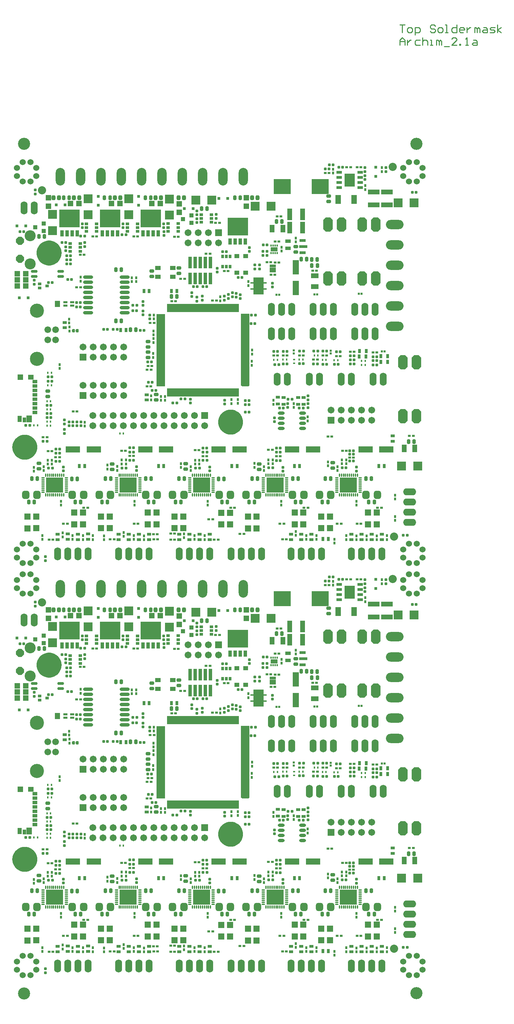
<source format=gts>
G04*
G04 #@! TF.GenerationSoftware,Altium Limited,Altium Designer,18.1.7 (191)*
G04*
G04 Layer_Color=8388736*
%FSLAX25Y25*%
%MOIN*%
G70*
G01*
G75*
%ADD12C,0.01000*%
%ADD84C,0.06000*%
%ADD253C,0.12205*%
%ADD254R,0.10400X0.16800*%
G04:AMPARAMS|DCode=255|XSize=118.74mil|YSize=118.74mil|CornerRadius=59.37mil|HoleSize=0mil|Usage=FLASHONLY|Rotation=90.000|XOffset=0mil|YOffset=0mil|HoleType=Round|Shape=RoundedRectangle|*
%AMROUNDEDRECTD255*
21,1,0.11874,0.00000,0,0,90.0*
21,1,0.00000,0.11874,0,0,90.0*
1,1,0.11874,0.00000,0.00000*
1,1,0.11874,0.00000,0.00000*
1,1,0.11874,0.00000,0.00000*
1,1,0.11874,0.00000,0.00000*
%
%ADD255ROUNDEDRECTD255*%
G04:AMPARAMS|DCode=256|XSize=26mil|YSize=28mil|CornerRadius=6.4mil|HoleSize=0mil|Usage=FLASHONLY|Rotation=270.000|XOffset=0mil|YOffset=0mil|HoleType=Round|Shape=RoundedRectangle|*
%AMROUNDEDRECTD256*
21,1,0.02600,0.01520,0,0,270.0*
21,1,0.01320,0.02800,0,0,270.0*
1,1,0.01280,-0.00760,-0.00660*
1,1,0.01280,-0.00760,0.00660*
1,1,0.01280,0.00760,0.00660*
1,1,0.01280,0.00760,-0.00660*
%
%ADD256ROUNDEDRECTD256*%
%ADD257O,0.01384X0.03747*%
%ADD258O,0.03747X0.01384*%
%ADD259R,0.16542X0.14573*%
%ADD260R,0.03600X0.06400*%
%ADD261R,0.20500X0.17800*%
%ADD262R,0.02054X0.02054*%
G04:AMPARAMS|DCode=263|XSize=26mil|YSize=28mil|CornerRadius=6.4mil|HoleSize=0mil|Usage=FLASHONLY|Rotation=180.000|XOffset=0mil|YOffset=0mil|HoleType=Round|Shape=RoundedRectangle|*
%AMROUNDEDRECTD263*
21,1,0.02600,0.01520,0,0,180.0*
21,1,0.01320,0.02800,0,0,180.0*
1,1,0.01280,-0.00660,0.00760*
1,1,0.01280,0.00660,0.00760*
1,1,0.01280,0.00660,-0.00760*
1,1,0.01280,-0.00660,-0.00760*
%
%ADD263ROUNDEDRECTD263*%
%ADD264R,0.02054X0.02054*%
%ADD265R,0.01975X0.01581*%
%ADD266R,0.04737X0.03556*%
%ADD267R,0.05524X0.04934*%
%ADD268R,0.05524X0.05328*%
%ADD269R,0.05524X0.06509*%
%ADD270R,0.03531X0.04737*%
%ADD271R,0.04343X0.06312*%
%ADD272R,0.06312X0.03162*%
%ADD273R,0.07887X0.03162*%
%ADD274R,0.08700X0.08700*%
%ADD275R,0.06312X0.14186*%
%ADD276R,0.04540X0.11430*%
%ADD277R,0.06699X0.03943*%
%ADD278R,0.01384X0.02368*%
G04:AMPARAMS|DCode=279|XSize=33.13mil|YSize=43.37mil|CornerRadius=7.83mil|HoleSize=0mil|Usage=FLASHONLY|Rotation=90.000|XOffset=0mil|YOffset=0mil|HoleType=Round|Shape=RoundedRectangle|*
%AMROUNDEDRECTD279*
21,1,0.03313,0.02772,0,0,90.0*
21,1,0.01748,0.04337,0,0,90.0*
1,1,0.01565,0.01386,0.00874*
1,1,0.01565,0.01386,-0.00874*
1,1,0.01565,-0.01386,-0.00874*
1,1,0.01565,-0.01386,0.00874*
%
%ADD279ROUNDEDRECTD279*%
G04:AMPARAMS|DCode=280|XSize=33.13mil|YSize=43.37mil|CornerRadius=7.83mil|HoleSize=0mil|Usage=FLASHONLY|Rotation=0.000|XOffset=0mil|YOffset=0mil|HoleType=Round|Shape=RoundedRectangle|*
%AMROUNDEDRECTD280*
21,1,0.03313,0.02772,0,0,0.0*
21,1,0.01748,0.04337,0,0,0.0*
1,1,0.01565,0.00874,-0.01386*
1,1,0.01565,-0.00874,-0.01386*
1,1,0.01565,-0.00874,0.01386*
1,1,0.01565,0.00874,0.01386*
%
%ADD280ROUNDEDRECTD280*%
%ADD281R,0.11430X0.04540*%
%ADD282R,0.03162X0.03950*%
%ADD283R,0.03950X0.03162*%
%ADD284R,0.03038X0.03865*%
%ADD285R,0.14186X0.06312*%
G04:AMPARAMS|DCode=286|XSize=71mil|YSize=79mil|CornerRadius=19.75mil|HoleSize=0mil|Usage=FLASHONLY|Rotation=0.000|XOffset=0mil|YOffset=0mil|HoleType=Round|Shape=RoundedRectangle|*
%AMROUNDEDRECTD286*
21,1,0.07100,0.03950,0,0,0.0*
21,1,0.03150,0.07900,0,0,0.0*
1,1,0.03950,0.01575,-0.01975*
1,1,0.03950,-0.01575,-0.01975*
1,1,0.03950,-0.01575,0.01975*
1,1,0.03950,0.01575,0.01975*
%
%ADD286ROUNDEDRECTD286*%
%ADD287R,0.05918X0.06312*%
%ADD288R,0.03865X0.03038*%
%ADD289R,0.02800X0.02800*%
%ADD290R,0.04400X0.04000*%
%ADD291R,0.02800X0.02800*%
%ADD292R,0.02762X0.03747*%
%ADD293R,0.03747X0.02762*%
%ADD294R,0.05131X0.07493*%
G04:AMPARAMS|DCode=295|XSize=80mil|YSize=80mil|CornerRadius=40mil|HoleSize=0mil|Usage=FLASHONLY|Rotation=270.000|XOffset=0mil|YOffset=0mil|HoleType=Round|Shape=RoundedRectangle|*
%AMROUNDEDRECTD295*
21,1,0.08000,0.00000,0,0,270.0*
21,1,0.00000,0.08000,0,0,270.0*
1,1,0.08000,0.00000,0.00000*
1,1,0.08000,0.00000,0.00000*
1,1,0.08000,0.00000,0.00000*
1,1,0.08000,0.00000,0.00000*
%
%ADD295ROUNDEDRECTD295*%
G04:AMPARAMS|DCode=296|XSize=80mil|YSize=80mil|CornerRadius=40mil|HoleSize=0mil|Usage=FLASHONLY|Rotation=0.000|XOffset=0mil|YOffset=0mil|HoleType=Round|Shape=RoundedRectangle|*
%AMROUNDEDRECTD296*
21,1,0.08000,0.00000,0,0,0.0*
21,1,0.00000,0.08000,0,0,0.0*
1,1,0.08000,0.00000,0.00000*
1,1,0.08000,0.00000,0.00000*
1,1,0.08000,0.00000,0.00000*
1,1,0.08000,0.00000,0.00000*
%
%ADD296ROUNDEDRECTD296*%
G04:AMPARAMS|DCode=297|XSize=37.13mil|YSize=47.37mil|CornerRadius=9.83mil|HoleSize=0mil|Usage=FLASHONLY|Rotation=0.000|XOffset=0mil|YOffset=0mil|HoleType=Round|Shape=RoundedRectangle|*
%AMROUNDEDRECTD297*
21,1,0.03713,0.02772,0,0,0.0*
21,1,0.01748,0.04737,0,0,0.0*
1,1,0.01965,0.00874,-0.01386*
1,1,0.01965,-0.00874,-0.01386*
1,1,0.01965,-0.00874,0.01386*
1,1,0.01965,0.00874,0.01386*
%
%ADD297ROUNDEDRECTD297*%
%ADD298R,0.07493X0.05131*%
%ADD299R,0.01581X0.01975*%
%ADD300R,0.05600X0.05600*%
%ADD301R,0.05600X0.05600*%
%ADD302R,0.08700X0.08700*%
%ADD303O,0.06706X0.03162*%
G04:AMPARAMS|DCode=304|XSize=30mil|YSize=32mil|CornerRadius=8.4mil|HoleSize=0mil|Usage=FLASHONLY|Rotation=180.000|XOffset=0mil|YOffset=0mil|HoleType=Round|Shape=RoundedRectangle|*
%AMROUNDEDRECTD304*
21,1,0.03000,0.01520,0,0,180.0*
21,1,0.01320,0.03200,0,0,180.0*
1,1,0.01680,-0.00660,0.00760*
1,1,0.01680,0.00660,0.00760*
1,1,0.01680,0.00660,-0.00760*
1,1,0.01680,-0.00660,-0.00760*
%
%ADD304ROUNDEDRECTD304*%
%ADD305R,0.03753X0.11824*%
%ADD306R,0.02126X0.02598*%
%ADD307R,0.06063X0.02451*%
%ADD308O,0.07887X0.01781*%
%ADD309O,0.01781X0.07887*%
%ADD310R,0.05524X0.04343*%
%ADD311O,0.09855X0.03162*%
%ADD312R,0.04737X0.04343*%
%ADD313R,0.03943X0.01975*%
%ADD314R,0.02080X0.01863*%
%ADD315R,0.08400X0.08400*%
%ADD316O,0.03550X0.01502*%
%ADD317O,0.01502X0.03550*%
%ADD318R,0.03550X0.02565*%
%ADD319O,0.06509X0.02965*%
%ADD320R,0.05400X0.08700*%
%ADD321R,0.16942X0.14580*%
%ADD322R,0.05721X0.02965*%
%ADD323R,0.10249X0.13005*%
%ADD324R,0.05321X0.03550*%
%ADD325R,0.02368X0.02565*%
%ADD326R,0.02565X0.02368*%
%ADD327O,0.06800X0.12800*%
%ADD328O,0.12800X0.06800*%
%ADD329C,0.06706*%
%ADD330R,0.06706X0.06706*%
G04:AMPARAMS|DCode=331|XSize=141mil|YSize=91mil|CornerRadius=0mil|HoleSize=0mil|Usage=FLASHONLY|Rotation=90.000|XOffset=0mil|YOffset=0mil|HoleType=Round|Shape=Octagon|*
%AMOCTAGOND331*
4,1,8,0.02275,0.07050,-0.02275,0.07050,-0.04550,0.04775,-0.04550,-0.04775,-0.02275,-0.07050,0.02275,-0.07050,0.04550,-0.04775,0.04550,0.04775,0.02275,0.07050,0.0*
%
%ADD331OCTAGOND331*%

%ADD332O,0.17300X0.09050*%
%ADD333O,0.09050X0.17300*%
%ADD334C,0.10800*%
%ADD335P,0.08443X8X292.5*%
%ADD336C,0.13850*%
%ADD337C,0.06600*%
%ADD338C,0.01000*%
G36*
X73027Y687782D02*
X68322D01*
X68323Y687782D01*
X68322D01*
Y693573D01*
X73027D01*
Y687782D01*
D02*
G37*
G36*
X249347Y682677D02*
X178463Y682677D01*
X178463Y690650D01*
X249327D01*
X249347Y682677D01*
D02*
G37*
G36*
X259476Y610276D02*
X257547D01*
X251307Y610261D01*
X251307Y681142D01*
X259476Y681142D01*
Y610276D01*
D02*
G37*
G36*
X176406Y609673D02*
X168236Y609673D01*
Y680537D01*
X176406Y680557D01*
X176406Y609673D01*
D02*
G37*
G36*
X249325Y607677D02*
X249325Y599606D01*
X178460D01*
X178440Y607677D01*
X249325Y607677D01*
D02*
G37*
G36*
X73027Y282782D02*
X68322D01*
X68323Y282782D01*
X68322D01*
Y288573D01*
X73027D01*
Y282782D01*
D02*
G37*
G36*
X249347Y277677D02*
X178463Y277677D01*
X178463Y285650D01*
X249327D01*
X249347Y277677D01*
D02*
G37*
G36*
X259476Y205276D02*
X257547D01*
X251307Y205261D01*
X251307Y276142D01*
X259476Y276142D01*
Y205276D01*
D02*
G37*
G36*
X176406Y204673D02*
X168236Y204673D01*
Y275537D01*
X176406Y275557D01*
X176406Y204673D01*
D02*
G37*
G36*
X249325Y202677D02*
X249325Y194606D01*
X178460D01*
X178440Y202677D01*
X249325Y202677D01*
D02*
G37*
G54D12*
X407369Y964837D02*
X412368D01*
X409869D01*
Y957340D01*
X416117D02*
X418616D01*
X419865Y958589D01*
Y961089D01*
X418616Y962338D01*
X416117D01*
X414867Y961089D01*
Y958589D01*
X416117Y957340D01*
X422365Y954841D02*
Y962338D01*
X426113D01*
X427363Y961089D01*
Y958589D01*
X426113Y957340D01*
X422365D01*
X442358Y963588D02*
X441109Y964837D01*
X438609D01*
X437360Y963588D01*
Y962338D01*
X438609Y961089D01*
X441109D01*
X442358Y959839D01*
Y958589D01*
X441109Y957340D01*
X438609D01*
X437360Y958589D01*
X446107Y957340D02*
X448606D01*
X449856Y958589D01*
Y961089D01*
X448606Y962338D01*
X446107D01*
X444857Y961089D01*
Y958589D01*
X446107Y957340D01*
X452355D02*
X454854D01*
X453605D01*
Y964837D01*
X452355D01*
X463601D02*
Y957340D01*
X459853D01*
X458603Y958589D01*
Y961089D01*
X459853Y962338D01*
X463601D01*
X469849Y957340D02*
X467350D01*
X466101Y958589D01*
Y961089D01*
X467350Y962338D01*
X469849D01*
X471099Y961089D01*
Y959839D01*
X466101D01*
X473598Y962338D02*
Y957340D01*
Y959839D01*
X474848Y961089D01*
X476097Y962338D01*
X477347D01*
X481096Y957340D02*
Y962338D01*
X482345D01*
X483595Y961089D01*
Y957340D01*
Y961089D01*
X484844Y962338D01*
X486094Y961089D01*
Y957340D01*
X489843Y962338D02*
X492342D01*
X493592Y961089D01*
Y957340D01*
X489843D01*
X488593Y958589D01*
X489843Y959839D01*
X493592D01*
X496091Y957340D02*
X499840D01*
X501089Y958589D01*
X499840Y959839D01*
X497340D01*
X496091Y961089D01*
X497340Y962338D01*
X501089D01*
X503588Y957340D02*
Y964837D01*
Y959839D02*
X507337Y962338D01*
X503588Y959839D02*
X507337Y957340D01*
X407369Y944840D02*
Y949838D01*
X409869Y952337D01*
X412368Y949838D01*
Y944840D01*
Y948589D01*
X407369D01*
X414867Y949838D02*
Y944840D01*
Y947339D01*
X416117Y948589D01*
X417366Y949838D01*
X418616D01*
X427363D02*
X423614D01*
X422365Y948589D01*
Y946089D01*
X423614Y944840D01*
X427363D01*
X429862Y952337D02*
Y944840D01*
Y948589D01*
X431112Y949838D01*
X433611D01*
X434861Y948589D01*
Y944840D01*
X437360D02*
X439859D01*
X438609D01*
Y949838D01*
X437360D01*
X443608Y944840D02*
Y949838D01*
X444857D01*
X446107Y948589D01*
Y944840D01*
Y948589D01*
X447357Y949838D01*
X448606Y948589D01*
Y944840D01*
X451105Y943590D02*
X456104D01*
X463601Y944840D02*
X458603D01*
X463601Y949838D01*
Y951088D01*
X462352Y952337D01*
X459853D01*
X458603Y951088D01*
X466101Y944840D02*
Y946089D01*
X467350D01*
Y944840D01*
X466101D01*
X472348D02*
X474848D01*
X473598D01*
Y952337D01*
X472348Y951088D01*
X479846Y949838D02*
X482345D01*
X483595Y948589D01*
Y944840D01*
X479846D01*
X478596Y946089D01*
X479846Y947339D01*
X483595D01*
G54D84*
X49843Y36457D02*
D03*
Y44331D02*
D03*
X44331Y49843D02*
D03*
X36457D02*
D03*
X30945Y44331D02*
D03*
Y36457D02*
D03*
X36457Y30945D02*
D03*
X44331D02*
D03*
X49843Y411457D02*
D03*
Y419331D02*
D03*
X44331Y424843D02*
D03*
X36457D02*
D03*
X30945Y419331D02*
D03*
Y411457D02*
D03*
X36457Y405945D02*
D03*
X44331D02*
D03*
X429843Y411457D02*
D03*
Y419331D02*
D03*
X424331Y424843D02*
D03*
X416457D02*
D03*
X410945Y419331D02*
D03*
Y411457D02*
D03*
X416457Y405945D02*
D03*
X424331D02*
D03*
X429843Y36457D02*
D03*
Y44331D02*
D03*
X424331Y49843D02*
D03*
X416457D02*
D03*
X410945Y44331D02*
D03*
Y36457D02*
D03*
X416457Y30945D02*
D03*
X424331D02*
D03*
X49843Y441457D02*
D03*
Y449331D02*
D03*
X44331Y454843D02*
D03*
X36457D02*
D03*
X30945Y449331D02*
D03*
Y441457D02*
D03*
X36457Y435945D02*
D03*
X44331D02*
D03*
X49843Y816457D02*
D03*
Y824331D02*
D03*
X44331Y829842D02*
D03*
X36457D02*
D03*
X30945Y824331D02*
D03*
Y816457D02*
D03*
X36457Y810945D02*
D03*
X44331D02*
D03*
X429843Y816457D02*
D03*
Y824331D02*
D03*
X424331Y829842D02*
D03*
X416457D02*
D03*
X410945Y824331D02*
D03*
Y816457D02*
D03*
X416457Y810945D02*
D03*
X424331D02*
D03*
X429843Y441457D02*
D03*
Y449331D02*
D03*
X424331Y454843D02*
D03*
X416457D02*
D03*
X410945Y449331D02*
D03*
Y441457D02*
D03*
X416457Y435945D02*
D03*
X424331D02*
D03*
G54D253*
X44540Y144959D02*
X44457Y145964D01*
X44209Y146941D01*
X43804Y147864D01*
X43253Y148707D01*
X42570Y149449D01*
X41775Y150068D01*
X40889Y150548D01*
X39935Y150875D01*
X38941Y151041D01*
X37934D01*
X36939Y150875D01*
X35986Y150548D01*
X35100Y150068D01*
X34304Y149449D01*
X33622Y148707D01*
X33071Y147864D01*
X32666Y146941D01*
X32418Y145964D01*
X32335Y144959D01*
X32418Y143955D01*
X32666Y142978D01*
X33071Y142055D01*
X33622Y141211D01*
X34304Y140470D01*
X35100Y139851D01*
X35986Y139371D01*
X36939Y139044D01*
X37934Y138878D01*
X38941D01*
X39935Y139044D01*
X40889Y139371D01*
X41775Y139851D01*
X42570Y140470D01*
X43253Y141211D01*
X43804Y142055D01*
X44209Y142978D01*
X44457Y143955D01*
X44540Y144959D01*
X246996Y169694D02*
X246913Y170698D01*
X246665Y171675D01*
X246261Y172598D01*
X245709Y173442D01*
X245027Y174183D01*
X244231Y174802D01*
X243345Y175282D01*
X242392Y175609D01*
X241398Y175775D01*
X240390D01*
X239396Y175609D01*
X238442Y175282D01*
X237556Y174802D01*
X236761Y174183D01*
X236078Y173442D01*
X235527Y172598D01*
X235122Y171675D01*
X234875Y170698D01*
X234791Y169694D01*
X234875Y168689D01*
X235122Y167712D01*
X235527Y166789D01*
X236078Y165946D01*
X236761Y165204D01*
X237556Y164585D01*
X238442Y164105D01*
X239396Y163778D01*
X240390Y163612D01*
X241398D01*
X242392Y163778D01*
X243345Y164105D01*
X244231Y164585D01*
X245027Y165204D01*
X245709Y165946D01*
X246261Y166789D01*
X246665Y167712D01*
X246913Y168689D01*
X246996Y169694D01*
X68396Y335894D02*
X68313Y336898D01*
X68065Y337875D01*
X67661Y338798D01*
X67109Y339642D01*
X66427Y340383D01*
X65631Y341002D01*
X64745Y341482D01*
X63792Y341809D01*
X62798Y341975D01*
X61790D01*
X60796Y341809D01*
X59842Y341482D01*
X58956Y341002D01*
X58161Y340383D01*
X57478Y339642D01*
X56927Y338798D01*
X56522Y337875D01*
X56275Y336898D01*
X56191Y335894D01*
X56275Y334889D01*
X56522Y333912D01*
X56927Y332989D01*
X57478Y332146D01*
X58161Y331404D01*
X58956Y330785D01*
X59842Y330305D01*
X60796Y329978D01*
X61790Y329812D01*
X62798D01*
X63792Y329978D01*
X64745Y330305D01*
X65631Y330785D01*
X66427Y331404D01*
X67109Y332146D01*
X67661Y332989D01*
X68065Y333912D01*
X68313Y334889D01*
X68396Y335894D01*
X44540Y549959D02*
X44457Y550964D01*
X44209Y551941D01*
X43804Y552864D01*
X43253Y553707D01*
X42570Y554449D01*
X41775Y555068D01*
X40889Y555548D01*
X39935Y555875D01*
X38941Y556041D01*
X37934D01*
X36939Y555875D01*
X35986Y555548D01*
X35100Y555068D01*
X34304Y554449D01*
X33622Y553707D01*
X33071Y552864D01*
X32666Y551941D01*
X32418Y550964D01*
X32335Y549959D01*
X32418Y548955D01*
X32666Y547978D01*
X33071Y547055D01*
X33622Y546211D01*
X34304Y545470D01*
X35100Y544851D01*
X35986Y544371D01*
X36939Y544044D01*
X37934Y543878D01*
X38941D01*
X39935Y544044D01*
X40889Y544371D01*
X41775Y544851D01*
X42570Y545470D01*
X43253Y546211D01*
X43804Y547055D01*
X44209Y547978D01*
X44457Y548955D01*
X44540Y549959D01*
X246996Y574694D02*
X246913Y575698D01*
X246665Y576675D01*
X246261Y577598D01*
X245709Y578442D01*
X245027Y579183D01*
X244231Y579802D01*
X243345Y580282D01*
X242392Y580609D01*
X241398Y580775D01*
X240390D01*
X239396Y580609D01*
X238442Y580282D01*
X237556Y579802D01*
X236761Y579183D01*
X236078Y578442D01*
X235527Y577598D01*
X235122Y576675D01*
X234875Y575698D01*
X234791Y574694D01*
X234875Y573689D01*
X235122Y572712D01*
X235527Y571789D01*
X236078Y570946D01*
X236761Y570204D01*
X237556Y569585D01*
X238442Y569105D01*
X239396Y568778D01*
X240390Y568612D01*
X241398D01*
X242392Y568778D01*
X243345Y569105D01*
X244231Y569585D01*
X245027Y570204D01*
X245709Y570946D01*
X246261Y571789D01*
X246665Y572712D01*
X246913Y573689D01*
X246996Y574694D01*
X68396Y740894D02*
X68313Y741898D01*
X68065Y742875D01*
X67661Y743798D01*
X67109Y744642D01*
X66427Y745383D01*
X65631Y746002D01*
X64745Y746482D01*
X63792Y746809D01*
X62798Y746975D01*
X61790D01*
X60796Y746809D01*
X59842Y746482D01*
X58956Y746002D01*
X58161Y745383D01*
X57478Y744642D01*
X56927Y743798D01*
X56522Y742875D01*
X56275Y741898D01*
X56191Y740894D01*
X56275Y739889D01*
X56522Y738912D01*
X56927Y737989D01*
X57478Y737146D01*
X58161Y736404D01*
X58956Y735785D01*
X59842Y735305D01*
X60796Y734978D01*
X61790Y734812D01*
X62798D01*
X63792Y734978D01*
X64745Y735305D01*
X65631Y735785D01*
X66427Y736404D01*
X67109Y737146D01*
X67661Y737989D01*
X68065Y738912D01*
X68313Y739889D01*
X68396Y740894D01*
G54D254*
X268502Y303445D02*
D03*
Y708445D02*
D03*
G54D255*
X37894Y12894D02*
D03*
X423780Y13189D02*
D03*
Y847974D02*
D03*
X37894D02*
D03*
G54D256*
X250494Y294732D02*
D03*
Y290942D02*
D03*
X284254Y170036D02*
D03*
Y173826D02*
D03*
X77409Y167785D02*
D03*
Y171575D02*
D03*
X85960Y165894D02*
D03*
Y169684D02*
D03*
X201583Y188317D02*
D03*
Y192106D02*
D03*
X89827Y165894D02*
D03*
Y169684D02*
D03*
X93694Y165894D02*
D03*
Y169684D02*
D03*
X82094Y169694D02*
D03*
Y165904D02*
D03*
X238794Y294842D02*
D03*
Y291052D02*
D03*
X246394Y292242D02*
D03*
Y296032D02*
D03*
X242694Y296542D02*
D03*
Y292752D02*
D03*
X235087Y191073D02*
D03*
Y187284D02*
D03*
X207823Y292254D02*
D03*
Y288465D02*
D03*
X213269Y293281D02*
D03*
Y289491D02*
D03*
X317076Y187564D02*
D03*
Y183774D02*
D03*
X48794Y397594D02*
D03*
Y393804D02*
D03*
X58894Y33494D02*
D03*
Y37284D02*
D03*
X393807Y419589D02*
D03*
Y415799D02*
D03*
X234794Y289442D02*
D03*
Y293232D02*
D03*
X95194Y360507D02*
D03*
Y364297D02*
D03*
X161394Y270994D02*
D03*
Y274783D02*
D03*
X154894Y284294D02*
D03*
Y288084D02*
D03*
Y278794D02*
D03*
Y275004D02*
D03*
X97494Y342094D02*
D03*
Y345883D02*
D03*
X78994Y341794D02*
D03*
Y338004D02*
D03*
X264713Y320049D02*
D03*
Y323839D02*
D03*
X175394Y356794D02*
D03*
Y353004D02*
D03*
X282294Y302294D02*
D03*
Y306083D02*
D03*
X207794Y373294D02*
D03*
Y377083D02*
D03*
X207894Y369294D02*
D03*
Y365504D02*
D03*
X226794Y369794D02*
D03*
Y373584D02*
D03*
X135295Y360600D02*
D03*
Y364390D02*
D03*
X175294Y360594D02*
D03*
Y364384D02*
D03*
X259494Y341094D02*
D03*
Y337304D02*
D03*
X269437Y320049D02*
D03*
Y323839D02*
D03*
X227846Y320748D02*
D03*
Y316958D02*
D03*
X202803Y296684D02*
D03*
Y292894D02*
D03*
X297046Y187805D02*
D03*
Y184016D02*
D03*
X292520Y125128D02*
D03*
Y121339D02*
D03*
X317055Y195227D02*
D03*
Y191437D02*
D03*
X364961Y125227D02*
D03*
Y121437D02*
D03*
X76378Y125424D02*
D03*
Y121634D02*
D03*
X148425Y125620D02*
D03*
Y121831D02*
D03*
X220472Y125345D02*
D03*
Y121555D02*
D03*
X77409Y158435D02*
D03*
Y162224D02*
D03*
X47961Y305072D02*
D03*
Y308862D02*
D03*
X373228Y407912D02*
D03*
Y411702D02*
D03*
Y415712D02*
D03*
Y419502D02*
D03*
X272831Y337235D02*
D03*
Y333445D02*
D03*
X276866Y333435D02*
D03*
Y337225D02*
D03*
X250494Y699732D02*
D03*
Y695942D02*
D03*
X284254Y575036D02*
D03*
Y578826D02*
D03*
X77409Y572785D02*
D03*
Y576575D02*
D03*
X85960Y570894D02*
D03*
Y574684D02*
D03*
X201583Y593317D02*
D03*
Y597106D02*
D03*
X89827Y570894D02*
D03*
Y574684D02*
D03*
X93694Y570894D02*
D03*
Y574684D02*
D03*
X82094Y574694D02*
D03*
Y570904D02*
D03*
X238794Y699842D02*
D03*
Y696052D02*
D03*
X246394Y697242D02*
D03*
Y701032D02*
D03*
X242694Y701542D02*
D03*
Y697752D02*
D03*
X235087Y596073D02*
D03*
Y592283D02*
D03*
X207823Y697254D02*
D03*
Y693465D02*
D03*
X213269Y698281D02*
D03*
Y694491D02*
D03*
X317076Y592564D02*
D03*
Y588774D02*
D03*
X48794Y802594D02*
D03*
Y798804D02*
D03*
X58894Y438494D02*
D03*
Y442283D02*
D03*
X393807Y824589D02*
D03*
Y820799D02*
D03*
X234794Y694442D02*
D03*
Y698232D02*
D03*
X95194Y765507D02*
D03*
Y769297D02*
D03*
X161394Y675994D02*
D03*
Y679783D02*
D03*
X154894Y689294D02*
D03*
Y693083D02*
D03*
Y683794D02*
D03*
Y680004D02*
D03*
X97494Y747094D02*
D03*
Y750883D02*
D03*
X78994Y746794D02*
D03*
Y743004D02*
D03*
X264713Y725049D02*
D03*
Y728839D02*
D03*
X175394Y761794D02*
D03*
Y758004D02*
D03*
X282294Y707294D02*
D03*
Y711084D02*
D03*
X207794Y778294D02*
D03*
Y782084D02*
D03*
X207894Y774294D02*
D03*
Y770504D02*
D03*
X226794Y774794D02*
D03*
Y778583D02*
D03*
X135295Y765600D02*
D03*
Y769390D02*
D03*
X175294Y765594D02*
D03*
Y769383D02*
D03*
X259494Y746094D02*
D03*
Y742304D02*
D03*
X269437Y725049D02*
D03*
Y728839D02*
D03*
X227846Y725748D02*
D03*
Y721958D02*
D03*
X202803Y701684D02*
D03*
Y697894D02*
D03*
X297046Y592805D02*
D03*
Y589016D02*
D03*
X292520Y530128D02*
D03*
Y526339D02*
D03*
X317055Y600227D02*
D03*
Y596437D02*
D03*
X364961Y530227D02*
D03*
Y526437D02*
D03*
X76378Y530424D02*
D03*
Y526634D02*
D03*
X148425Y530620D02*
D03*
Y526831D02*
D03*
X220472Y530345D02*
D03*
Y526555D02*
D03*
X77409Y563435D02*
D03*
Y567225D02*
D03*
X47961Y710072D02*
D03*
Y713862D02*
D03*
X373228Y812912D02*
D03*
Y816702D02*
D03*
Y820712D02*
D03*
Y824502D02*
D03*
X272831Y742235D02*
D03*
Y738445D02*
D03*
X276866Y738435D02*
D03*
Y742225D02*
D03*
G54D257*
X59120Y98090D02*
D03*
X61088D02*
D03*
X63057D02*
D03*
X65025D02*
D03*
X66994D02*
D03*
X68962D02*
D03*
X70931D02*
D03*
X72899D02*
D03*
X74868D02*
D03*
X76836D02*
D03*
Y117225D02*
D03*
X74868D02*
D03*
X72899D02*
D03*
X70931D02*
D03*
X68962D02*
D03*
X66994D02*
D03*
X65025D02*
D03*
X63057D02*
D03*
X61088D02*
D03*
X59120D02*
D03*
X275852D02*
D03*
X277820D02*
D03*
X279789D02*
D03*
X281757D02*
D03*
X283726D02*
D03*
X285695D02*
D03*
X287663D02*
D03*
X289632D02*
D03*
X291600D02*
D03*
X293568D02*
D03*
Y98090D02*
D03*
X291600D02*
D03*
X289632D02*
D03*
X287663D02*
D03*
X285695D02*
D03*
X283726D02*
D03*
X281757D02*
D03*
X279789D02*
D03*
X277820D02*
D03*
X275852D02*
D03*
X348096D02*
D03*
X350065D02*
D03*
X352033D02*
D03*
X354002D02*
D03*
X355970D02*
D03*
X357939D02*
D03*
X359907D02*
D03*
X361876D02*
D03*
X363844D02*
D03*
X365813D02*
D03*
Y117225D02*
D03*
X363844D02*
D03*
X361876D02*
D03*
X359907D02*
D03*
X357939D02*
D03*
X355970D02*
D03*
X354002D02*
D03*
X352033D02*
D03*
X350065D02*
D03*
X348096D02*
D03*
X131364D02*
D03*
X133332D02*
D03*
X135301D02*
D03*
X137269D02*
D03*
X139238D02*
D03*
X141206D02*
D03*
X143175D02*
D03*
X145143D02*
D03*
X147112D02*
D03*
X149080D02*
D03*
Y98090D02*
D03*
X147112D02*
D03*
X145143D02*
D03*
X143175D02*
D03*
X141206D02*
D03*
X139238D02*
D03*
X137269D02*
D03*
X135301D02*
D03*
X133332D02*
D03*
X131364D02*
D03*
X203608D02*
D03*
X205576D02*
D03*
X207545D02*
D03*
X209513D02*
D03*
X211482D02*
D03*
X213450D02*
D03*
X215419D02*
D03*
X217387D02*
D03*
X219356D02*
D03*
X221324D02*
D03*
Y117225D02*
D03*
X219356D02*
D03*
X217387D02*
D03*
X215419D02*
D03*
X213450D02*
D03*
X211482D02*
D03*
X209513D02*
D03*
X207545D02*
D03*
X205576D02*
D03*
X203608D02*
D03*
X59120Y503090D02*
D03*
X61088D02*
D03*
X63057D02*
D03*
X65025D02*
D03*
X66994D02*
D03*
X68962D02*
D03*
X70931D02*
D03*
X72899D02*
D03*
X74868D02*
D03*
X76836D02*
D03*
Y522225D02*
D03*
X74868D02*
D03*
X72899D02*
D03*
X70931D02*
D03*
X68962D02*
D03*
X66994D02*
D03*
X65025D02*
D03*
X63057D02*
D03*
X61088D02*
D03*
X59120D02*
D03*
X275852D02*
D03*
X277820D02*
D03*
X279789D02*
D03*
X281757D02*
D03*
X283726D02*
D03*
X285695D02*
D03*
X287663D02*
D03*
X289632D02*
D03*
X291600D02*
D03*
X293568D02*
D03*
Y503090D02*
D03*
X291600D02*
D03*
X289632D02*
D03*
X287663D02*
D03*
X285695D02*
D03*
X283726D02*
D03*
X281757D02*
D03*
X279789D02*
D03*
X277820D02*
D03*
X275852D02*
D03*
X348096D02*
D03*
X350065D02*
D03*
X352033D02*
D03*
X354002D02*
D03*
X355970D02*
D03*
X357939D02*
D03*
X359907D02*
D03*
X361876D02*
D03*
X363844D02*
D03*
X365813D02*
D03*
Y522225D02*
D03*
X363844D02*
D03*
X361876D02*
D03*
X359907D02*
D03*
X357939D02*
D03*
X355970D02*
D03*
X354002D02*
D03*
X352033D02*
D03*
X350065D02*
D03*
X348096D02*
D03*
X131364D02*
D03*
X133332D02*
D03*
X135301D02*
D03*
X137269D02*
D03*
X139238D02*
D03*
X141206D02*
D03*
X143175D02*
D03*
X145143D02*
D03*
X147112D02*
D03*
X149080D02*
D03*
Y503090D02*
D03*
X147112D02*
D03*
X145143D02*
D03*
X143175D02*
D03*
X141206D02*
D03*
X139238D02*
D03*
X137269D02*
D03*
X135301D02*
D03*
X133332D02*
D03*
X131364D02*
D03*
X203608D02*
D03*
X205576D02*
D03*
X207545D02*
D03*
X209513D02*
D03*
X211482D02*
D03*
X213450D02*
D03*
X215419D02*
D03*
X217387D02*
D03*
X219356D02*
D03*
X221324D02*
D03*
Y522225D02*
D03*
X219356D02*
D03*
X217387D02*
D03*
X215419D02*
D03*
X213450D02*
D03*
X211482D02*
D03*
X209513D02*
D03*
X207545D02*
D03*
X205576D02*
D03*
X203608D02*
D03*
G54D258*
X79494Y100768D02*
D03*
Y102736D02*
D03*
Y104705D02*
D03*
Y106673D02*
D03*
Y108642D02*
D03*
Y110610D02*
D03*
Y112579D02*
D03*
Y114547D02*
D03*
X56462D02*
D03*
Y112579D02*
D03*
Y110610D02*
D03*
Y108642D02*
D03*
Y106673D02*
D03*
Y104705D02*
D03*
Y102736D02*
D03*
Y100768D02*
D03*
X273195D02*
D03*
Y102736D02*
D03*
Y104705D02*
D03*
Y106673D02*
D03*
Y108642D02*
D03*
Y110610D02*
D03*
Y112579D02*
D03*
Y114547D02*
D03*
X296226D02*
D03*
Y112579D02*
D03*
Y110610D02*
D03*
Y108642D02*
D03*
Y106673D02*
D03*
Y104705D02*
D03*
Y102736D02*
D03*
Y100768D02*
D03*
X368470D02*
D03*
Y102736D02*
D03*
Y104705D02*
D03*
Y106673D02*
D03*
Y108642D02*
D03*
Y110610D02*
D03*
Y112579D02*
D03*
Y114547D02*
D03*
X345439D02*
D03*
Y112579D02*
D03*
Y110610D02*
D03*
Y108642D02*
D03*
Y106673D02*
D03*
Y104705D02*
D03*
Y102736D02*
D03*
Y100768D02*
D03*
X128706D02*
D03*
Y102736D02*
D03*
Y104705D02*
D03*
Y106673D02*
D03*
Y108642D02*
D03*
Y110610D02*
D03*
Y112579D02*
D03*
Y114547D02*
D03*
X151738D02*
D03*
Y112579D02*
D03*
Y110610D02*
D03*
Y108642D02*
D03*
Y106673D02*
D03*
Y104705D02*
D03*
Y102736D02*
D03*
Y100768D02*
D03*
X223982D02*
D03*
Y102736D02*
D03*
Y104705D02*
D03*
Y106673D02*
D03*
Y108642D02*
D03*
Y110610D02*
D03*
Y112579D02*
D03*
Y114547D02*
D03*
X200950D02*
D03*
Y112579D02*
D03*
Y110610D02*
D03*
Y108642D02*
D03*
Y106673D02*
D03*
Y104705D02*
D03*
Y102736D02*
D03*
Y100768D02*
D03*
X79494Y505768D02*
D03*
Y507736D02*
D03*
Y509705D02*
D03*
Y511673D02*
D03*
Y513642D02*
D03*
Y515610D02*
D03*
Y517579D02*
D03*
Y519547D02*
D03*
X56462D02*
D03*
Y517579D02*
D03*
Y515610D02*
D03*
Y513642D02*
D03*
Y511673D02*
D03*
Y509705D02*
D03*
Y507736D02*
D03*
Y505768D02*
D03*
X273195D02*
D03*
Y507736D02*
D03*
Y509705D02*
D03*
Y511673D02*
D03*
Y513642D02*
D03*
Y515610D02*
D03*
Y517579D02*
D03*
Y519547D02*
D03*
X296226D02*
D03*
Y517579D02*
D03*
Y515610D02*
D03*
Y513642D02*
D03*
Y511673D02*
D03*
Y509705D02*
D03*
Y507736D02*
D03*
Y505768D02*
D03*
X368470D02*
D03*
Y507736D02*
D03*
Y509705D02*
D03*
Y511673D02*
D03*
Y513642D02*
D03*
Y515610D02*
D03*
Y517579D02*
D03*
Y519547D02*
D03*
X345439D02*
D03*
Y517579D02*
D03*
Y515610D02*
D03*
Y513642D02*
D03*
Y511673D02*
D03*
Y509705D02*
D03*
Y507736D02*
D03*
Y505768D02*
D03*
X128706D02*
D03*
Y507736D02*
D03*
Y509705D02*
D03*
Y511673D02*
D03*
Y513642D02*
D03*
Y515610D02*
D03*
Y517579D02*
D03*
Y519547D02*
D03*
X151738D02*
D03*
Y517579D02*
D03*
Y515610D02*
D03*
Y513642D02*
D03*
Y511673D02*
D03*
Y509705D02*
D03*
Y507736D02*
D03*
Y505768D02*
D03*
X223982D02*
D03*
Y507736D02*
D03*
Y509705D02*
D03*
Y511673D02*
D03*
Y513642D02*
D03*
Y515610D02*
D03*
Y517579D02*
D03*
Y519547D02*
D03*
X200950D02*
D03*
Y517579D02*
D03*
Y515610D02*
D03*
Y513642D02*
D03*
Y511673D02*
D03*
Y509705D02*
D03*
Y507736D02*
D03*
Y505768D02*
D03*
G54D259*
X67978Y107658D02*
D03*
X284710D02*
D03*
X356954D02*
D03*
X140222D02*
D03*
X212466D02*
D03*
X67978Y512658D02*
D03*
X284710D02*
D03*
X356954D02*
D03*
X140222D02*
D03*
X212466D02*
D03*
G54D260*
X240543Y347057D02*
D03*
X245543D02*
D03*
X250543D02*
D03*
X255543D02*
D03*
X169994Y355057D02*
D03*
X164994D02*
D03*
X159994D02*
D03*
X154994D02*
D03*
X114894D02*
D03*
X119894D02*
D03*
X124894D02*
D03*
X129894D02*
D03*
X90043D02*
D03*
X85043D02*
D03*
X80043D02*
D03*
X75043D02*
D03*
X240543Y752057D02*
D03*
X245543D02*
D03*
X250543D02*
D03*
X255543D02*
D03*
X169994Y760057D02*
D03*
X164994D02*
D03*
X159994D02*
D03*
X154994D02*
D03*
X114894D02*
D03*
X119894D02*
D03*
X124894D02*
D03*
X129894D02*
D03*
X90043D02*
D03*
X85043D02*
D03*
X80043D02*
D03*
X75043D02*
D03*
G54D261*
X248043Y361496D02*
D03*
X162494Y369496D02*
D03*
X122394D02*
D03*
X82543D02*
D03*
X248043Y766496D02*
D03*
X162494Y774496D02*
D03*
X122394D02*
D03*
X82543D02*
D03*
G54D262*
X323524Y295000D02*
D03*
X326279D02*
D03*
X286024Y294508D02*
D03*
X288779D02*
D03*
X369882Y295591D02*
D03*
X367126D02*
D03*
X392547Y239095D02*
D03*
X389791D02*
D03*
X323524Y700000D02*
D03*
X326279D02*
D03*
X286024Y699508D02*
D03*
X288779D02*
D03*
X369882Y700591D02*
D03*
X367126D02*
D03*
X392547Y644095D02*
D03*
X389791D02*
D03*
G54D263*
X163885Y208592D02*
D03*
X160095D02*
D03*
X361841Y131398D02*
D03*
X358051D02*
D03*
X265394Y274794D02*
D03*
X261604D02*
D03*
X163194Y228642D02*
D03*
X159404D02*
D03*
X116194Y260794D02*
D03*
X119983D02*
D03*
X188128Y188248D02*
D03*
X184339D02*
D03*
X129394Y260794D02*
D03*
X125604D02*
D03*
X261218Y266260D02*
D03*
X265008D02*
D03*
X196101Y192382D02*
D03*
X192311D02*
D03*
X361841Y138091D02*
D03*
X358051D02*
D03*
X255409Y186819D02*
D03*
X259198D02*
D03*
X259207Y190793D02*
D03*
X255418D02*
D03*
X255389Y179340D02*
D03*
X259178D02*
D03*
X37558Y356713D02*
D03*
X33768D02*
D03*
X423652Y395457D02*
D03*
X419862D02*
D03*
X414694Y58194D02*
D03*
X410904D02*
D03*
X312700Y239282D02*
D03*
X308910D02*
D03*
X301446Y191916D02*
D03*
X297656D02*
D03*
X248494Y311794D02*
D03*
X252284D02*
D03*
X163698Y200807D02*
D03*
X167488D02*
D03*
X61394Y213842D02*
D03*
X65184D02*
D03*
X61394Y209742D02*
D03*
X65184D02*
D03*
X60495Y186142D02*
D03*
X64284D02*
D03*
X64294Y173942D02*
D03*
X60504D02*
D03*
X64294Y177942D02*
D03*
X60504D02*
D03*
X322989Y239253D02*
D03*
X326779D02*
D03*
X79708Y324988D02*
D03*
X83498D02*
D03*
X79709Y329094D02*
D03*
X83499D02*
D03*
X134250Y353760D02*
D03*
X138039D02*
D03*
X93597Y352486D02*
D03*
X97387D02*
D03*
X83526Y333084D02*
D03*
X79737D02*
D03*
X89494Y282694D02*
D03*
X93283D02*
D03*
X89494Y287094D02*
D03*
X93283D02*
D03*
X144994Y284394D02*
D03*
X148784D02*
D03*
X144894Y278894D02*
D03*
X148684D02*
D03*
X155994Y259694D02*
D03*
X152204D02*
D03*
X236894Y336994D02*
D03*
X233104D02*
D03*
X296620Y226575D02*
D03*
X292830D02*
D03*
X296641Y239153D02*
D03*
X292851D02*
D03*
X288469Y225996D02*
D03*
X284679D02*
D03*
X75094Y345994D02*
D03*
X78883D02*
D03*
X335530Y226439D02*
D03*
X331740D02*
D03*
X322635Y226791D02*
D03*
X326425D02*
D03*
X312687Y226908D02*
D03*
X308898D02*
D03*
X61994Y124342D02*
D03*
X65784D02*
D03*
X72894Y139042D02*
D03*
X69104D02*
D03*
X213894Y144142D02*
D03*
X217684D02*
D03*
X141694Y144242D02*
D03*
X145484D02*
D03*
X60365Y150689D02*
D03*
X56575D02*
D03*
X39663Y166260D02*
D03*
X43453D02*
D03*
X69094Y143142D02*
D03*
X72883D02*
D03*
X287267Y238948D02*
D03*
X283477D02*
D03*
X213694Y302694D02*
D03*
X217483D02*
D03*
X208294Y302594D02*
D03*
X204504D02*
D03*
X292846Y183264D02*
D03*
X289056D02*
D03*
X286094Y144142D02*
D03*
X289883D02*
D03*
X289894Y139942D02*
D03*
X286104D02*
D03*
X289894Y131742D02*
D03*
X286104D02*
D03*
X278594Y124542D02*
D03*
X282383D02*
D03*
X348945Y238610D02*
D03*
X345156D02*
D03*
X346836Y226442D02*
D03*
X343046D02*
D03*
X312361Y183288D02*
D03*
X308571D02*
D03*
X358041Y141437D02*
D03*
X361831D02*
D03*
X358836Y230728D02*
D03*
X362626D02*
D03*
X362656Y234567D02*
D03*
X358866D02*
D03*
X358856Y226791D02*
D03*
X362646D02*
D03*
X381100Y229843D02*
D03*
X384890D02*
D03*
X384900Y233780D02*
D03*
X381110D02*
D03*
X381100Y225807D02*
D03*
X384890D02*
D03*
X350794Y124542D02*
D03*
X354584D02*
D03*
X72894Y131142D02*
D03*
X69104D02*
D03*
X145494Y140142D02*
D03*
X141704D02*
D03*
X145594Y132042D02*
D03*
X141804D02*
D03*
X134294Y124442D02*
D03*
X138084D02*
D03*
X217694Y140042D02*
D03*
X213904D02*
D03*
X217794Y131942D02*
D03*
X214004D02*
D03*
X206594Y124442D02*
D03*
X210384D02*
D03*
X65550Y306808D02*
D03*
X61760D02*
D03*
X80707Y309658D02*
D03*
X84497D02*
D03*
X335568Y239216D02*
D03*
X331778D02*
D03*
X347458Y420079D02*
D03*
X351248D02*
D03*
X341908Y422244D02*
D03*
X338118D02*
D03*
X337828Y418212D02*
D03*
X334038D02*
D03*
X273076Y343602D02*
D03*
X276866D02*
D03*
X163885Y613592D02*
D03*
X160095D02*
D03*
X361841Y536398D02*
D03*
X358051D02*
D03*
X265394Y679794D02*
D03*
X261604D02*
D03*
X163194Y633642D02*
D03*
X159404D02*
D03*
X116194Y665794D02*
D03*
X119983D02*
D03*
X188128Y593248D02*
D03*
X184339D02*
D03*
X129394Y665794D02*
D03*
X125604D02*
D03*
X261218Y671260D02*
D03*
X265008D02*
D03*
X196101Y597382D02*
D03*
X192311D02*
D03*
X361841Y543090D02*
D03*
X358051D02*
D03*
X255409Y591819D02*
D03*
X259198D02*
D03*
X259207Y595793D02*
D03*
X255418D02*
D03*
X255389Y584340D02*
D03*
X259178D02*
D03*
X37558Y761713D02*
D03*
X33768D02*
D03*
X423652Y800457D02*
D03*
X419862D02*
D03*
X414694Y463194D02*
D03*
X410904D02*
D03*
X312700Y644281D02*
D03*
X308910D02*
D03*
X301446Y596916D02*
D03*
X297656D02*
D03*
X248494Y716794D02*
D03*
X252284D02*
D03*
X163698Y605807D02*
D03*
X167488D02*
D03*
X61394Y618842D02*
D03*
X65184D02*
D03*
X61394Y614742D02*
D03*
X65184D02*
D03*
X60495Y591142D02*
D03*
X64284D02*
D03*
X64294Y578942D02*
D03*
X60504D02*
D03*
X64294Y582942D02*
D03*
X60504D02*
D03*
X322989Y644253D02*
D03*
X326779D02*
D03*
X79708Y729988D02*
D03*
X83498D02*
D03*
X79709Y734094D02*
D03*
X83499D02*
D03*
X134250Y758760D02*
D03*
X138039D02*
D03*
X93597Y757486D02*
D03*
X97387D02*
D03*
X83526Y738084D02*
D03*
X79737D02*
D03*
X89494Y687694D02*
D03*
X93283D02*
D03*
X89494Y692094D02*
D03*
X93283D02*
D03*
X144994Y689394D02*
D03*
X148784D02*
D03*
X144894Y683894D02*
D03*
X148684D02*
D03*
X155994Y664694D02*
D03*
X152204D02*
D03*
X236894Y741994D02*
D03*
X233104D02*
D03*
X296620Y631575D02*
D03*
X292830D02*
D03*
X296641Y644153D02*
D03*
X292851D02*
D03*
X288469Y630996D02*
D03*
X284679D02*
D03*
X75094Y750994D02*
D03*
X78883D02*
D03*
X335530Y631439D02*
D03*
X331740D02*
D03*
X322635Y631791D02*
D03*
X326425D02*
D03*
X312687Y631908D02*
D03*
X308898D02*
D03*
X61994Y529342D02*
D03*
X65784D02*
D03*
X72894Y544042D02*
D03*
X69104D02*
D03*
X213894Y549142D02*
D03*
X217684D02*
D03*
X141694Y549242D02*
D03*
X145484D02*
D03*
X60365Y555689D02*
D03*
X56575D02*
D03*
X39663Y571260D02*
D03*
X43453D02*
D03*
X69094Y548142D02*
D03*
X72883D02*
D03*
X287267Y643948D02*
D03*
X283477D02*
D03*
X213694Y707694D02*
D03*
X217483D02*
D03*
X208294Y707594D02*
D03*
X204504D02*
D03*
X292846Y588264D02*
D03*
X289056D02*
D03*
X286094Y549142D02*
D03*
X289883D02*
D03*
X289894Y544942D02*
D03*
X286104D02*
D03*
X289894Y536742D02*
D03*
X286104D02*
D03*
X278594Y529542D02*
D03*
X282383D02*
D03*
X348945Y643610D02*
D03*
X345156D02*
D03*
X346836Y631442D02*
D03*
X343046D02*
D03*
X312361Y588287D02*
D03*
X308571D02*
D03*
X358041Y546437D02*
D03*
X361831D02*
D03*
X358836Y635728D02*
D03*
X362626D02*
D03*
X362656Y639567D02*
D03*
X358866D02*
D03*
X358856Y631791D02*
D03*
X362646D02*
D03*
X381100Y634843D02*
D03*
X384890D02*
D03*
X384900Y638780D02*
D03*
X381110D02*
D03*
X381100Y630807D02*
D03*
X384890D02*
D03*
X350794Y529542D02*
D03*
X354584D02*
D03*
X72894Y536142D02*
D03*
X69104D02*
D03*
X145494Y545142D02*
D03*
X141704D02*
D03*
X145594Y537042D02*
D03*
X141804D02*
D03*
X134294Y529442D02*
D03*
X138084D02*
D03*
X217694Y545042D02*
D03*
X213904D02*
D03*
X217794Y536942D02*
D03*
X214004D02*
D03*
X206594Y529442D02*
D03*
X210384D02*
D03*
X65550Y711808D02*
D03*
X61760D02*
D03*
X80707Y714657D02*
D03*
X84497D02*
D03*
X335568Y644216D02*
D03*
X331778D02*
D03*
X347458Y825079D02*
D03*
X351248D02*
D03*
X341908Y827244D02*
D03*
X338118D02*
D03*
X337828Y823212D02*
D03*
X334038D02*
D03*
X273076Y748602D02*
D03*
X276866D02*
D03*
G54D264*
X339398Y239685D02*
D03*
Y236929D02*
D03*
X303177Y239882D02*
D03*
Y237126D02*
D03*
X339398Y644685D02*
D03*
Y641929D02*
D03*
X303177Y644882D02*
D03*
Y642126D02*
D03*
G54D265*
X303472Y227480D02*
D03*
Y231024D02*
D03*
Y632480D02*
D03*
Y636024D02*
D03*
G54D266*
X48583Y209351D02*
D03*
Y205020D02*
D03*
Y200690D02*
D03*
Y196359D02*
D03*
Y192028D02*
D03*
Y187698D02*
D03*
Y183367D02*
D03*
Y179036D02*
D03*
Y614351D02*
D03*
Y610020D02*
D03*
Y605690D02*
D03*
Y601359D02*
D03*
Y597028D02*
D03*
Y592698D02*
D03*
Y588367D02*
D03*
Y584036D02*
D03*
G54D267*
X44450Y213780D02*
D03*
Y618780D02*
D03*
G54D268*
X34253Y213583D02*
D03*
Y618583D02*
D03*
G54D269*
X42717Y172639D02*
D03*
Y577639D02*
D03*
G54D270*
X38190Y171753D02*
D03*
Y576753D02*
D03*
G54D271*
X33662Y172540D02*
D03*
Y577540D02*
D03*
G54D272*
X311760Y347933D02*
D03*
Y336122D02*
D03*
Y752933D02*
D03*
Y741122D02*
D03*
G54D273*
X312547Y342028D02*
D03*
Y747028D02*
D03*
G54D274*
X421530Y384941D02*
D03*
X405756D02*
D03*
X206794Y387794D02*
D03*
X222568D02*
D03*
X425026Y126378D02*
D03*
X409252D02*
D03*
X265094Y381694D02*
D03*
X280868D02*
D03*
X421530Y789941D02*
D03*
X405756D02*
D03*
X206794Y792794D02*
D03*
X222568D02*
D03*
X425026Y531378D02*
D03*
X409252D02*
D03*
X265094Y786694D02*
D03*
X280868D02*
D03*
G54D275*
X305094Y321730D02*
D03*
Y301257D02*
D03*
Y726730D02*
D03*
Y706257D02*
D03*
G54D276*
X299114Y360630D02*
D03*
X311910D02*
D03*
X299114Y373721D02*
D03*
X311910D02*
D03*
X299114Y765630D02*
D03*
X311910D02*
D03*
X299114Y778721D02*
D03*
X311910D02*
D03*
G54D277*
X283953Y339272D02*
D03*
Y744272D02*
D03*
G54D278*
X286906Y343012D02*
D03*
X281000Y335532D02*
D03*
X282968D02*
D03*
X284937D02*
D03*
X286906D02*
D03*
X281000Y343012D02*
D03*
X282968D02*
D03*
X284937D02*
D03*
X286906Y748012D02*
D03*
X281000Y740532D02*
D03*
X282968D02*
D03*
X284937D02*
D03*
X286906D02*
D03*
X281000Y748012D02*
D03*
X282968D02*
D03*
X284937D02*
D03*
G54D279*
X305264Y341850D02*
D03*
Y336496D02*
D03*
X337598Y386201D02*
D03*
Y391555D02*
D03*
X269061Y123071D02*
D03*
Y128425D02*
D03*
X196858Y123169D02*
D03*
Y128524D02*
D03*
X124606Y123110D02*
D03*
Y128465D02*
D03*
X341535Y129547D02*
D03*
Y124193D02*
D03*
X167694Y196719D02*
D03*
Y191365D02*
D03*
X163681Y312579D02*
D03*
Y317933D02*
D03*
X190191Y315563D02*
D03*
Y320918D02*
D03*
X61294Y200019D02*
D03*
Y194665D02*
D03*
X159994Y248519D02*
D03*
Y243165D02*
D03*
X52658Y123504D02*
D03*
Y128858D02*
D03*
X159994Y238419D02*
D03*
Y233065D02*
D03*
X305264Y746850D02*
D03*
Y741496D02*
D03*
X337598Y791201D02*
D03*
Y796555D02*
D03*
X269061Y528071D02*
D03*
Y533425D02*
D03*
X196858Y528169D02*
D03*
Y533524D02*
D03*
X124606Y528110D02*
D03*
Y533465D02*
D03*
X341535Y534547D02*
D03*
Y529193D02*
D03*
X167694Y601719D02*
D03*
Y596365D02*
D03*
X163681Y717579D02*
D03*
Y722933D02*
D03*
X190191Y720563D02*
D03*
Y725918D02*
D03*
X61294Y605019D02*
D03*
Y599665D02*
D03*
X159994Y653519D02*
D03*
Y648165D02*
D03*
X52658Y528504D02*
D03*
Y533858D02*
D03*
X159994Y643419D02*
D03*
Y638065D02*
D03*
G54D280*
X326248Y329429D02*
D03*
X320894D02*
D03*
X315815Y329528D02*
D03*
X310461D02*
D03*
X307500Y113976D02*
D03*
X302146D02*
D03*
X190047Y113839D02*
D03*
X195402D02*
D03*
X234527Y113813D02*
D03*
X229173D02*
D03*
X192210Y90905D02*
D03*
X186856D02*
D03*
X117705Y113937D02*
D03*
X123059D02*
D03*
X163012Y113976D02*
D03*
X157658D02*
D03*
X120000Y90945D02*
D03*
X114646D02*
D03*
X160323Y90906D02*
D03*
X165677D02*
D03*
X382368Y90905D02*
D03*
X377013D02*
D03*
X331344D02*
D03*
X336698D02*
D03*
X133471Y268894D02*
D03*
X128117D02*
D03*
Y319494D02*
D03*
X133471D02*
D03*
X286117Y366817D02*
D03*
X291471D02*
D03*
X188282Y293149D02*
D03*
X182928D02*
D03*
X147865Y260342D02*
D03*
X142511D02*
D03*
X326371Y323429D02*
D03*
X321017D02*
D03*
X421552Y150346D02*
D03*
X416197D02*
D03*
X52517Y352094D02*
D03*
X57871D02*
D03*
X217871Y379194D02*
D03*
X212516D02*
D03*
X82171Y390094D02*
D03*
X76816D02*
D03*
X122371D02*
D03*
X117016D02*
D03*
X157116Y390093D02*
D03*
X162471D02*
D03*
X262193Y113937D02*
D03*
X267547D02*
D03*
X264454Y90905D02*
D03*
X259100D02*
D03*
X304769D02*
D03*
X310124D02*
D03*
X379547Y113878D02*
D03*
X374193D02*
D03*
X334117Y113842D02*
D03*
X339471D02*
D03*
X90197Y113779D02*
D03*
X84842D02*
D03*
X45461Y113937D02*
D03*
X50815D02*
D03*
X47756Y90945D02*
D03*
X42402D02*
D03*
X88071D02*
D03*
X93425D02*
D03*
X232525Y90905D02*
D03*
X237879D02*
D03*
X250671Y390093D02*
D03*
X245317D02*
D03*
X326248Y734429D02*
D03*
X320894D02*
D03*
X315815Y734528D02*
D03*
X310461D02*
D03*
X307500Y518976D02*
D03*
X302146D02*
D03*
X190047Y518839D02*
D03*
X195402D02*
D03*
X234527Y518813D02*
D03*
X229173D02*
D03*
X192210Y495905D02*
D03*
X186856D02*
D03*
X117705Y518937D02*
D03*
X123059D02*
D03*
X163012Y518976D02*
D03*
X157658D02*
D03*
X120000Y495945D02*
D03*
X114646D02*
D03*
X160323Y495906D02*
D03*
X165677D02*
D03*
X382368Y495905D02*
D03*
X377013D02*
D03*
X331344D02*
D03*
X336698D02*
D03*
X133471Y673894D02*
D03*
X128117D02*
D03*
Y724494D02*
D03*
X133471D02*
D03*
X286117Y771817D02*
D03*
X291471D02*
D03*
X188282Y698149D02*
D03*
X182928D02*
D03*
X147865Y665342D02*
D03*
X142511D02*
D03*
X326371Y728429D02*
D03*
X321017D02*
D03*
X421552Y555346D02*
D03*
X416197D02*
D03*
X52517Y757094D02*
D03*
X57871D02*
D03*
X217871Y784194D02*
D03*
X212516D02*
D03*
X82171Y795094D02*
D03*
X76816D02*
D03*
X122371D02*
D03*
X117016D02*
D03*
X157116Y795093D02*
D03*
X162471D02*
D03*
X262193Y518937D02*
D03*
X267547D02*
D03*
X264454Y495905D02*
D03*
X259100D02*
D03*
X304769D02*
D03*
X310124D02*
D03*
X379547Y518878D02*
D03*
X374193D02*
D03*
X334117Y518842D02*
D03*
X339471D02*
D03*
X90197Y518780D02*
D03*
X84842D02*
D03*
X45461Y518937D02*
D03*
X50815D02*
D03*
X47756Y495945D02*
D03*
X42402D02*
D03*
X88071D02*
D03*
X93425D02*
D03*
X232525Y495905D02*
D03*
X237879D02*
D03*
X250671Y795093D02*
D03*
X245317D02*
D03*
G54D281*
X381791Y395669D02*
D03*
Y382874D02*
D03*
X394882Y395669D02*
D03*
Y382874D02*
D03*
X381791Y800669D02*
D03*
Y787874D02*
D03*
X394882Y800669D02*
D03*
Y787874D02*
D03*
G54D282*
X395594Y228807D02*
D03*
X388901D02*
D03*
X388843Y234445D02*
D03*
X395536D02*
D03*
X374339Y234075D02*
D03*
X367646D02*
D03*
X367744Y239390D02*
D03*
X374437D02*
D03*
X395594Y633807D02*
D03*
X388901D02*
D03*
X388843Y639445D02*
D03*
X395536D02*
D03*
X374339Y639075D02*
D03*
X367646D02*
D03*
X367744Y644390D02*
D03*
X374437D02*
D03*
G54D283*
X312846Y193588D02*
D03*
Y186895D02*
D03*
X307546Y186895D02*
D03*
Y193588D02*
D03*
X287646Y187169D02*
D03*
Y193862D02*
D03*
X293046Y193762D02*
D03*
Y187069D02*
D03*
X312846Y598588D02*
D03*
Y591895D02*
D03*
X307546Y591895D02*
D03*
Y598588D02*
D03*
X287646Y592169D02*
D03*
Y598862D02*
D03*
X293046Y598762D02*
D03*
Y592069D02*
D03*
G54D284*
X303780Y126279D02*
D03*
X309016D02*
D03*
X170118Y126181D02*
D03*
X175354D02*
D03*
X92264Y126279D02*
D03*
X97500D02*
D03*
X188212Y298494D02*
D03*
X182976D02*
D03*
X331929Y54724D02*
D03*
X337165D02*
D03*
X160999Y298487D02*
D03*
X155762D02*
D03*
X386949Y126279D02*
D03*
X392185D02*
D03*
X242264Y126181D02*
D03*
X247500D02*
D03*
X138236Y260000D02*
D03*
X132999D02*
D03*
X303780Y531280D02*
D03*
X309016D02*
D03*
X170118Y531181D02*
D03*
X175354D02*
D03*
X92264Y531280D02*
D03*
X97500D02*
D03*
X188212Y703494D02*
D03*
X182976D02*
D03*
X331929Y459724D02*
D03*
X337165D02*
D03*
X160999Y703487D02*
D03*
X155762D02*
D03*
X386949Y531280D02*
D03*
X392185D02*
D03*
X242264Y531181D02*
D03*
X247500D02*
D03*
X138236Y665000D02*
D03*
X132999D02*
D03*
G54D285*
X177559Y142618D02*
D03*
X157087D02*
D03*
X322047D02*
D03*
X301575D02*
D03*
X394291D02*
D03*
X373819D02*
D03*
X106398D02*
D03*
X85925D02*
D03*
X249705D02*
D03*
X229232D02*
D03*
X177559Y547618D02*
D03*
X157087D02*
D03*
X322047D02*
D03*
X301575D02*
D03*
X394291D02*
D03*
X373819D02*
D03*
X106398D02*
D03*
X85925D02*
D03*
X249705D02*
D03*
X229232D02*
D03*
G54D286*
X183935Y97894D02*
D03*
X195133D02*
D03*
X111724Y97933D02*
D03*
X122923D02*
D03*
X168815Y97953D02*
D03*
X157616D02*
D03*
X256179Y97894D02*
D03*
X267377D02*
D03*
X313143D02*
D03*
X301945D02*
D03*
X328386Y97854D02*
D03*
X339584D02*
D03*
X385449Y97953D02*
D03*
X374250D02*
D03*
X39480Y97933D02*
D03*
X50679D02*
D03*
X96472Y97953D02*
D03*
X85274D02*
D03*
X240961Y97854D02*
D03*
X229762D02*
D03*
X183935Y502894D02*
D03*
X195133D02*
D03*
X111724Y502933D02*
D03*
X122923D02*
D03*
X168815Y502953D02*
D03*
X157616D02*
D03*
X256179Y502894D02*
D03*
X267377D02*
D03*
X313143D02*
D03*
X301945D02*
D03*
X328386Y502854D02*
D03*
X339584D02*
D03*
X385449Y502953D02*
D03*
X374250D02*
D03*
X39480Y502933D02*
D03*
X50679D02*
D03*
X96472Y502953D02*
D03*
X85274D02*
D03*
X240961Y502854D02*
D03*
X229762D02*
D03*
G54D287*
X95866Y69095D02*
D03*
Y80512D02*
D03*
X49831Y76595D02*
D03*
Y65177D02*
D03*
X87331Y80532D02*
D03*
Y69114D02*
D03*
X185854Y65276D02*
D03*
Y76693D02*
D03*
X194417D02*
D03*
Y65276D02*
D03*
X240382Y69016D02*
D03*
Y80433D02*
D03*
X231819D02*
D03*
Y69016D02*
D03*
X330343Y65276D02*
D03*
Y76693D02*
D03*
X338906D02*
D03*
Y65276D02*
D03*
X384772Y69114D02*
D03*
Y80532D02*
D03*
X376209D02*
D03*
Y69114D02*
D03*
X258037Y65118D02*
D03*
Y76535D02*
D03*
X266563Y76496D02*
D03*
Y65079D02*
D03*
X312626Y69114D02*
D03*
Y80532D02*
D03*
X304063D02*
D03*
Y69114D02*
D03*
X113512Y65177D02*
D03*
Y76595D02*
D03*
X122075D02*
D03*
Y65177D02*
D03*
X168110Y69095D02*
D03*
Y80512D02*
D03*
X159575Y80532D02*
D03*
Y69114D02*
D03*
X41339Y65158D02*
D03*
Y76575D02*
D03*
X95866Y474094D02*
D03*
Y485512D02*
D03*
X49831Y481595D02*
D03*
Y470177D02*
D03*
X87331Y485532D02*
D03*
Y474114D02*
D03*
X185854Y470276D02*
D03*
Y481693D02*
D03*
X194417D02*
D03*
Y470276D02*
D03*
X240382Y474016D02*
D03*
Y485433D02*
D03*
X231819D02*
D03*
Y474016D02*
D03*
X330343Y470276D02*
D03*
Y481693D02*
D03*
X338906D02*
D03*
Y470276D02*
D03*
X384772Y474114D02*
D03*
Y485532D02*
D03*
X376209D02*
D03*
Y474114D02*
D03*
X258037Y470118D02*
D03*
Y481535D02*
D03*
X266563Y481496D02*
D03*
Y470079D02*
D03*
X312626Y474114D02*
D03*
Y485532D02*
D03*
X304063D02*
D03*
Y474114D02*
D03*
X113512Y470177D02*
D03*
Y481595D02*
D03*
X122075D02*
D03*
Y470177D02*
D03*
X168110Y474094D02*
D03*
Y485512D02*
D03*
X159575Y485532D02*
D03*
Y474114D02*
D03*
X41339Y470157D02*
D03*
Y481575D02*
D03*
G54D288*
X77739Y262217D02*
D03*
Y267453D02*
D03*
X158689Y191201D02*
D03*
Y196437D02*
D03*
X389894Y59230D02*
D03*
Y53994D02*
D03*
X379894Y59230D02*
D03*
Y53994D02*
D03*
X369894Y59230D02*
D03*
Y53994D02*
D03*
X359894Y59230D02*
D03*
Y53994D02*
D03*
X320394Y59230D02*
D03*
Y53994D02*
D03*
X310394Y59212D02*
D03*
Y53976D02*
D03*
X300394Y59230D02*
D03*
Y53994D02*
D03*
X220394Y59230D02*
D03*
Y53994D02*
D03*
X210394Y59230D02*
D03*
Y53994D02*
D03*
X200394Y59212D02*
D03*
Y53976D02*
D03*
X190394Y59230D02*
D03*
Y53994D02*
D03*
X160894Y59230D02*
D03*
Y53994D02*
D03*
X150894Y59294D02*
D03*
Y54058D02*
D03*
X140694Y59294D02*
D03*
Y54058D02*
D03*
X130894Y59212D02*
D03*
Y53976D02*
D03*
X400689Y150630D02*
D03*
Y155866D02*
D03*
X90894Y59194D02*
D03*
Y53957D02*
D03*
X100694Y59712D02*
D03*
Y54476D02*
D03*
X80794Y59594D02*
D03*
Y54357D02*
D03*
X70894Y59212D02*
D03*
Y53976D02*
D03*
X77739Y667217D02*
D03*
Y672453D02*
D03*
X158689Y596201D02*
D03*
Y601437D02*
D03*
X389894Y464230D02*
D03*
Y458994D02*
D03*
X379894Y464230D02*
D03*
Y458994D02*
D03*
X369894Y464230D02*
D03*
Y458994D02*
D03*
X359894Y464230D02*
D03*
Y458994D02*
D03*
X320394Y464230D02*
D03*
Y458994D02*
D03*
X310394Y464212D02*
D03*
Y458976D02*
D03*
X300394Y464230D02*
D03*
Y458994D02*
D03*
X220394Y464230D02*
D03*
Y458994D02*
D03*
X210394Y464230D02*
D03*
Y458994D02*
D03*
X200394Y464212D02*
D03*
Y458976D02*
D03*
X190394Y464230D02*
D03*
Y458994D02*
D03*
X160894Y464230D02*
D03*
Y458994D02*
D03*
X150894Y464294D02*
D03*
Y459058D02*
D03*
X140694Y464294D02*
D03*
Y459058D02*
D03*
X130894Y464212D02*
D03*
Y458976D02*
D03*
X400689Y555630D02*
D03*
Y560866D02*
D03*
X90894Y464194D02*
D03*
Y458957D02*
D03*
X100694Y464712D02*
D03*
Y459476D02*
D03*
X80794Y464594D02*
D03*
Y459358D02*
D03*
X70894Y464212D02*
D03*
Y458976D02*
D03*
G54D289*
X383907Y419889D02*
D03*
Y411158D02*
D03*
X150594Y391294D02*
D03*
Y382563D02*
D03*
X110794Y391294D02*
D03*
Y382563D02*
D03*
X383907Y824889D02*
D03*
Y816158D02*
D03*
X150594Y796294D02*
D03*
Y787563D02*
D03*
X110794Y796294D02*
D03*
Y787563D02*
D03*
G54D290*
X48994Y360994D02*
D03*
X57331Y364794D02*
D03*
Y357254D02*
D03*
X194094Y368994D02*
D03*
X202431Y372794D02*
D03*
Y365253D02*
D03*
X48994Y765994D02*
D03*
X57331Y769794D02*
D03*
Y762254D02*
D03*
X194094Y773994D02*
D03*
X202431Y777794D02*
D03*
Y770254D02*
D03*
G54D291*
X229594Y389194D02*
D03*
X238324D02*
D03*
X69494Y383094D02*
D03*
X78224D02*
D03*
X30754Y362420D02*
D03*
X39485D02*
D03*
X33263Y291594D02*
D03*
X41994D02*
D03*
X204166Y379180D02*
D03*
X195435D02*
D03*
X229594Y794194D02*
D03*
X238324D02*
D03*
X69494Y788094D02*
D03*
X78224D02*
D03*
X30754Y767420D02*
D03*
X39485D02*
D03*
X33263Y696594D02*
D03*
X41994D02*
D03*
X204166Y784180D02*
D03*
X195435D02*
D03*
G54D292*
X233053Y332245D02*
D03*
X236794D02*
D03*
X240534D02*
D03*
Y322205D02*
D03*
X236794D02*
D03*
X233053D02*
D03*
Y737245D02*
D03*
X236794D02*
D03*
X240534D02*
D03*
Y727206D02*
D03*
X236794D02*
D03*
X233053D02*
D03*
G54D293*
X179494Y357053D02*
D03*
Y360794D02*
D03*
Y364534D02*
D03*
X189533D02*
D03*
Y360794D02*
D03*
Y357053D02*
D03*
X139429Y356988D02*
D03*
Y360728D02*
D03*
Y364469D02*
D03*
X149469D02*
D03*
Y360728D02*
D03*
Y356988D02*
D03*
X99272D02*
D03*
Y360728D02*
D03*
Y364469D02*
D03*
X109311D02*
D03*
Y360728D02*
D03*
Y356988D02*
D03*
X83102Y337441D02*
D03*
Y341181D02*
D03*
Y344921D02*
D03*
X93141D02*
D03*
Y341181D02*
D03*
Y337441D02*
D03*
X212174Y365953D02*
D03*
Y369694D02*
D03*
Y373434D02*
D03*
X222213D02*
D03*
Y369694D02*
D03*
Y365953D02*
D03*
X179494Y762053D02*
D03*
Y765794D02*
D03*
Y769534D02*
D03*
X189533D02*
D03*
Y765794D02*
D03*
Y762053D02*
D03*
X139429Y761988D02*
D03*
Y765728D02*
D03*
Y769468D02*
D03*
X149469D02*
D03*
Y765728D02*
D03*
Y761988D02*
D03*
X99272D02*
D03*
Y765728D02*
D03*
Y769468D02*
D03*
X109311D02*
D03*
Y765728D02*
D03*
Y761988D02*
D03*
X83102Y742441D02*
D03*
Y746181D02*
D03*
Y749921D02*
D03*
X93141D02*
D03*
Y746181D02*
D03*
Y742441D02*
D03*
X212174Y770954D02*
D03*
Y774694D02*
D03*
Y778434D02*
D03*
X222213D02*
D03*
Y774694D02*
D03*
Y770954D02*
D03*
G54D294*
X292410Y359694D02*
D03*
X281977D02*
D03*
X422291Y143546D02*
D03*
X411858D02*
D03*
X292410Y764694D02*
D03*
X281977D02*
D03*
X422291Y548546D02*
D03*
X411858D02*
D03*
G54D295*
X400394Y420394D02*
D03*
X55394Y397194D02*
D03*
X400394Y825394D02*
D03*
X55394Y802194D02*
D03*
G54D296*
X401994Y56994D02*
D03*
Y461994D02*
D03*
G54D297*
X66717Y390094D02*
D03*
X72071D02*
D03*
X189916Y390093D02*
D03*
X195271D02*
D03*
X92271Y390094D02*
D03*
X86916D02*
D03*
X127216Y390093D02*
D03*
X132571D02*
D03*
X172571Y390093D02*
D03*
X167216D02*
D03*
X267571D02*
D03*
X262217D02*
D03*
X66717Y795094D02*
D03*
X72071D02*
D03*
X189916Y795093D02*
D03*
X195271D02*
D03*
X92271Y795094D02*
D03*
X86916D02*
D03*
X127216Y795093D02*
D03*
X132571D02*
D03*
X172571Y795093D02*
D03*
X167216D02*
D03*
X267571D02*
D03*
X262217D02*
D03*
G54D298*
X323694Y302783D02*
D03*
Y313216D02*
D03*
Y707783D02*
D03*
Y718216D02*
D03*
G54D299*
X312090Y231117D02*
D03*
X308547D02*
D03*
X326933Y234967D02*
D03*
X323390D02*
D03*
X334941Y230763D02*
D03*
X331398D02*
D03*
X292556Y230890D02*
D03*
X296100D02*
D03*
X287097Y230510D02*
D03*
X283554D02*
D03*
X64765Y205635D02*
D03*
X61222D02*
D03*
X60422Y190142D02*
D03*
X63965D02*
D03*
Y165871D02*
D03*
X60422D02*
D03*
Y182042D02*
D03*
X63965D02*
D03*
Y169942D02*
D03*
X60422D02*
D03*
X342860Y230453D02*
D03*
X346403D02*
D03*
X135665Y158194D02*
D03*
X132122D02*
D03*
X373453Y225512D02*
D03*
X369910D02*
D03*
Y229646D02*
D03*
X373453D02*
D03*
X51144Y166447D02*
D03*
X47601D02*
D03*
X61222Y217842D02*
D03*
X64765D02*
D03*
X312090Y636117D02*
D03*
X308547D02*
D03*
X326933Y639967D02*
D03*
X323390D02*
D03*
X334941Y635763D02*
D03*
X331398D02*
D03*
X292556Y635890D02*
D03*
X296100D02*
D03*
X287097Y635510D02*
D03*
X283554D02*
D03*
X64765Y610635D02*
D03*
X61222D02*
D03*
X60422Y595142D02*
D03*
X63965D02*
D03*
Y570871D02*
D03*
X60422D02*
D03*
Y587042D02*
D03*
X63965D02*
D03*
Y574942D02*
D03*
X60422D02*
D03*
X342860Y635453D02*
D03*
X346403D02*
D03*
X135665Y563194D02*
D03*
X132122D02*
D03*
X373453Y630512D02*
D03*
X369910D02*
D03*
Y634646D02*
D03*
X373453D02*
D03*
X51144Y571447D02*
D03*
X47601D02*
D03*
X61222Y622842D02*
D03*
X64765D02*
D03*
G54D300*
X39495Y303270D02*
D03*
X31161D02*
D03*
Y309370D02*
D03*
X39495D02*
D03*
X163594Y384294D02*
D03*
X171927D02*
D03*
X132027D02*
D03*
X123694D02*
D03*
X83494D02*
D03*
X91827D02*
D03*
X31161Y315470D02*
D03*
X39495D02*
D03*
Y708270D02*
D03*
X31161D02*
D03*
Y714370D02*
D03*
X39495D02*
D03*
X163594Y789294D02*
D03*
X171927D02*
D03*
X132027D02*
D03*
X123694D02*
D03*
X83494D02*
D03*
X91827D02*
D03*
X31161Y720470D02*
D03*
X39495D02*
D03*
G54D301*
X256494Y390127D02*
D03*
Y381794D02*
D03*
X61694Y381760D02*
D03*
Y390094D02*
D03*
X190369Y375591D02*
D03*
Y383925D02*
D03*
X256494Y795127D02*
D03*
Y786794D02*
D03*
X61694Y786760D02*
D03*
Y795094D02*
D03*
X190369Y780591D02*
D03*
Y788925D02*
D03*
G54D302*
X180694Y388768D02*
D03*
Y372994D02*
D03*
X140694Y373194D02*
D03*
Y388968D02*
D03*
X100794D02*
D03*
Y373194D02*
D03*
X65694Y357820D02*
D03*
Y373594D02*
D03*
X180694Y793768D02*
D03*
Y777994D02*
D03*
X140694Y778194D02*
D03*
Y793968D02*
D03*
X100794D02*
D03*
Y778194D02*
D03*
X65694Y762820D02*
D03*
Y778594D02*
D03*
G54D303*
X312008Y163169D02*
D03*
Y168169D02*
D03*
Y173169D02*
D03*
Y178169D02*
D03*
X290748Y163169D02*
D03*
Y168169D02*
D03*
Y173169D02*
D03*
Y178169D02*
D03*
X312008Y568169D02*
D03*
Y573169D02*
D03*
Y578169D02*
D03*
Y583169D02*
D03*
X290748Y568169D02*
D03*
Y573169D02*
D03*
Y578169D02*
D03*
Y583169D02*
D03*
G54D304*
X90211Y259169D02*
D03*
X86421D02*
D03*
X90211Y664169D02*
D03*
X86421D02*
D03*
G54D305*
X201294Y310502D02*
D03*
Y326486D02*
D03*
X206294Y310502D02*
D03*
Y326486D02*
D03*
X211294Y310502D02*
D03*
Y326486D02*
D03*
X216294Y310502D02*
D03*
Y326486D02*
D03*
X221294Y310502D02*
D03*
Y326486D02*
D03*
X201294Y715502D02*
D03*
Y731486D02*
D03*
X206294Y715502D02*
D03*
Y731486D02*
D03*
X211294Y715502D02*
D03*
Y731486D02*
D03*
X216294Y715502D02*
D03*
Y731486D02*
D03*
X221294Y715502D02*
D03*
Y731486D02*
D03*
G54D306*
X280490Y317895D02*
D03*
X282458D02*
D03*
X284427D02*
D03*
Y323013D02*
D03*
X282458D02*
D03*
X280490D02*
D03*
Y722894D02*
D03*
X282458D02*
D03*
X284427D02*
D03*
Y728013D02*
D03*
X282458D02*
D03*
X280490D02*
D03*
G54D307*
X282458Y320454D02*
D03*
Y725454D02*
D03*
G54D308*
X255429Y274553D02*
D03*
Y272584D02*
D03*
Y270616D02*
D03*
Y268647D02*
D03*
Y266679D02*
D03*
Y264710D02*
D03*
Y262742D02*
D03*
Y260773D02*
D03*
Y258805D02*
D03*
Y256836D02*
D03*
Y254868D02*
D03*
Y252899D02*
D03*
Y250931D02*
D03*
Y248962D02*
D03*
Y246994D02*
D03*
Y245025D02*
D03*
Y243057D02*
D03*
Y241088D02*
D03*
Y239120D02*
D03*
Y237151D02*
D03*
Y235183D02*
D03*
Y233214D02*
D03*
Y231246D02*
D03*
Y229277D02*
D03*
Y227309D02*
D03*
Y225340D02*
D03*
Y223372D02*
D03*
Y221403D02*
D03*
Y219435D02*
D03*
Y217466D02*
D03*
Y215498D02*
D03*
Y213529D02*
D03*
Y211561D02*
D03*
Y209592D02*
D03*
Y207624D02*
D03*
Y205655D02*
D03*
X172358D02*
D03*
Y207624D02*
D03*
Y209592D02*
D03*
Y211561D02*
D03*
Y213529D02*
D03*
Y215498D02*
D03*
Y217466D02*
D03*
Y219435D02*
D03*
Y221403D02*
D03*
Y223372D02*
D03*
Y225340D02*
D03*
Y227309D02*
D03*
Y229277D02*
D03*
Y231246D02*
D03*
Y233214D02*
D03*
Y235183D02*
D03*
Y237151D02*
D03*
Y239120D02*
D03*
Y241088D02*
D03*
Y243057D02*
D03*
Y245025D02*
D03*
Y246994D02*
D03*
Y248962D02*
D03*
Y250931D02*
D03*
Y252899D02*
D03*
Y254868D02*
D03*
Y256836D02*
D03*
Y258805D02*
D03*
Y260773D02*
D03*
Y262742D02*
D03*
Y264710D02*
D03*
Y266679D02*
D03*
Y268647D02*
D03*
Y270616D02*
D03*
Y272584D02*
D03*
Y274553D02*
D03*
X255429Y679553D02*
D03*
Y677584D02*
D03*
Y675616D02*
D03*
Y673647D02*
D03*
Y671679D02*
D03*
Y669710D02*
D03*
Y667742D02*
D03*
Y665773D02*
D03*
Y663805D02*
D03*
Y661836D02*
D03*
Y659868D02*
D03*
Y657899D02*
D03*
Y655931D02*
D03*
Y653962D02*
D03*
Y651994D02*
D03*
Y650025D02*
D03*
Y648057D02*
D03*
Y646088D02*
D03*
Y644120D02*
D03*
Y642151D02*
D03*
Y640183D02*
D03*
Y638214D02*
D03*
Y636246D02*
D03*
Y634277D02*
D03*
Y632309D02*
D03*
Y630340D02*
D03*
Y628372D02*
D03*
Y626403D02*
D03*
Y624435D02*
D03*
Y622466D02*
D03*
Y620498D02*
D03*
Y618529D02*
D03*
Y616561D02*
D03*
Y614592D02*
D03*
Y612624D02*
D03*
Y610655D02*
D03*
X172358D02*
D03*
Y612624D02*
D03*
Y614592D02*
D03*
Y616561D02*
D03*
Y618529D02*
D03*
Y620498D02*
D03*
Y622466D02*
D03*
Y624435D02*
D03*
Y626403D02*
D03*
Y628372D02*
D03*
Y630340D02*
D03*
Y632309D02*
D03*
Y634277D02*
D03*
Y636246D02*
D03*
Y638214D02*
D03*
Y640183D02*
D03*
Y642151D02*
D03*
Y644120D02*
D03*
Y646088D02*
D03*
Y648057D02*
D03*
Y650025D02*
D03*
Y651994D02*
D03*
Y653962D02*
D03*
Y655931D02*
D03*
Y657899D02*
D03*
Y659868D02*
D03*
Y661836D02*
D03*
Y663805D02*
D03*
Y665773D02*
D03*
Y667742D02*
D03*
Y669710D02*
D03*
Y671679D02*
D03*
Y673647D02*
D03*
Y675616D02*
D03*
Y677584D02*
D03*
Y679553D02*
D03*
G54D309*
X248342Y198568D02*
D03*
X246374D02*
D03*
X244406D02*
D03*
X242437D02*
D03*
X240469D02*
D03*
X238500D02*
D03*
X236531D02*
D03*
X234563D02*
D03*
X232594D02*
D03*
X230626D02*
D03*
X228658D02*
D03*
X226689D02*
D03*
X224721D02*
D03*
X222752D02*
D03*
X220783D02*
D03*
X218815D02*
D03*
X216846D02*
D03*
X214878D02*
D03*
X212910D02*
D03*
X210941D02*
D03*
X208972D02*
D03*
X207004D02*
D03*
X205035D02*
D03*
X203067D02*
D03*
X201098D02*
D03*
X199130D02*
D03*
X197161D02*
D03*
X195193D02*
D03*
X193224D02*
D03*
X191256D02*
D03*
X189287D02*
D03*
X187319D02*
D03*
X185350D02*
D03*
X183382D02*
D03*
X181413D02*
D03*
X179445D02*
D03*
Y281639D02*
D03*
X181413D02*
D03*
X183382D02*
D03*
X185350D02*
D03*
X187319D02*
D03*
X189287D02*
D03*
X191256D02*
D03*
X193224D02*
D03*
X195193D02*
D03*
X197161D02*
D03*
X199130D02*
D03*
X201098D02*
D03*
X203067D02*
D03*
X205035D02*
D03*
X207004D02*
D03*
X208972D02*
D03*
X210941D02*
D03*
X212910D02*
D03*
X214878D02*
D03*
X216846D02*
D03*
X218815D02*
D03*
X220783D02*
D03*
X222752D02*
D03*
X224721D02*
D03*
X226689D02*
D03*
X228658D02*
D03*
X230626D02*
D03*
X232594D02*
D03*
X234563D02*
D03*
X236531D02*
D03*
X238500D02*
D03*
X240469D02*
D03*
X242437D02*
D03*
X244406D02*
D03*
X246374D02*
D03*
X248342D02*
D03*
Y603569D02*
D03*
X246374D02*
D03*
X244406D02*
D03*
X242437D02*
D03*
X240469D02*
D03*
X238500D02*
D03*
X236531D02*
D03*
X234563D02*
D03*
X232594D02*
D03*
X230626D02*
D03*
X228658D02*
D03*
X226689D02*
D03*
X224721D02*
D03*
X222752D02*
D03*
X220783D02*
D03*
X218815D02*
D03*
X216846D02*
D03*
X214878D02*
D03*
X212910D02*
D03*
X210941D02*
D03*
X208972D02*
D03*
X207004D02*
D03*
X205035D02*
D03*
X203067D02*
D03*
X201098D02*
D03*
X199130D02*
D03*
X197161D02*
D03*
X195193D02*
D03*
X193224D02*
D03*
X191256D02*
D03*
X189287D02*
D03*
X187319D02*
D03*
X185350D02*
D03*
X183382D02*
D03*
X181413D02*
D03*
X179445D02*
D03*
Y686639D02*
D03*
X181413D02*
D03*
X183382D02*
D03*
X185350D02*
D03*
X187319D02*
D03*
X189287D02*
D03*
X191256D02*
D03*
X193224D02*
D03*
X195193D02*
D03*
X197161D02*
D03*
X199130D02*
D03*
X201098D02*
D03*
X203067D02*
D03*
X205035D02*
D03*
X207004D02*
D03*
X208972D02*
D03*
X210941D02*
D03*
X212910D02*
D03*
X214878D02*
D03*
X216846D02*
D03*
X218815D02*
D03*
X220783D02*
D03*
X222752D02*
D03*
X224721D02*
D03*
X226689D02*
D03*
X228658D02*
D03*
X230626D02*
D03*
X232594D02*
D03*
X234563D02*
D03*
X236531D02*
D03*
X238500D02*
D03*
X240469D02*
D03*
X242437D02*
D03*
X244406D02*
D03*
X246374D02*
D03*
X248342D02*
D03*
G54D310*
X169608Y321071D02*
D03*
X184175D02*
D03*
Y312410D02*
D03*
X169608D02*
D03*
Y726071D02*
D03*
X184175D02*
D03*
Y717410D02*
D03*
X169608D02*
D03*
G54D311*
X136906Y276994D02*
D03*
Y281994D02*
D03*
Y286994D02*
D03*
Y291994D02*
D03*
Y296994D02*
D03*
Y301994D02*
D03*
Y306994D02*
D03*
Y311994D02*
D03*
X100882Y276994D02*
D03*
Y281994D02*
D03*
Y286994D02*
D03*
Y291994D02*
D03*
Y296994D02*
D03*
Y301994D02*
D03*
Y306994D02*
D03*
Y311994D02*
D03*
X136906Y681994D02*
D03*
Y686994D02*
D03*
Y691994D02*
D03*
Y696994D02*
D03*
Y701994D02*
D03*
Y706994D02*
D03*
Y711994D02*
D03*
Y716994D02*
D03*
X100882Y681994D02*
D03*
Y686994D02*
D03*
Y691994D02*
D03*
Y696994D02*
D03*
Y701994D02*
D03*
Y706994D02*
D03*
Y711994D02*
D03*
Y716994D02*
D03*
G54D312*
X247263Y332565D02*
D03*
X255924Y316423D02*
D03*
Y332565D02*
D03*
X247263Y316423D02*
D03*
Y737565D02*
D03*
X255924Y721423D02*
D03*
Y737565D02*
D03*
X247263Y721423D02*
D03*
G54D313*
X85140Y287250D02*
D03*
X78447D02*
D03*
Y284100D02*
D03*
X85140D02*
D03*
Y692250D02*
D03*
X78447D02*
D03*
Y689100D02*
D03*
X85140D02*
D03*
G54D314*
X69365Y287643D02*
D03*
X72021D02*
D03*
X69365Y285675D02*
D03*
Y283706D02*
D03*
X72021Y285675D02*
D03*
Y283706D02*
D03*
X69365Y692643D02*
D03*
X72021D02*
D03*
X69365Y690675D02*
D03*
Y688706D02*
D03*
X72021Y690675D02*
D03*
Y688706D02*
D03*
G54D315*
X268602Y303445D02*
D03*
Y708445D02*
D03*
G54D316*
X262205Y300492D02*
D03*
Y306398D02*
D03*
X275000D02*
D03*
Y300492D02*
D03*
X262205Y705492D02*
D03*
Y711398D02*
D03*
X275000D02*
D03*
Y705492D02*
D03*
G54D317*
X264665Y309842D02*
D03*
X266634D02*
D03*
X268602D02*
D03*
X270571D02*
D03*
X272539D02*
D03*
Y297047D02*
D03*
X270571D02*
D03*
X268602D02*
D03*
X266634D02*
D03*
X264665D02*
D03*
Y714843D02*
D03*
X266634D02*
D03*
X268602D02*
D03*
X270571D02*
D03*
X272539D02*
D03*
Y702047D02*
D03*
X270571D02*
D03*
X268602D02*
D03*
X266634D02*
D03*
X264665D02*
D03*
G54D318*
X53355Y305167D02*
D03*
Y301230D02*
D03*
X60441Y303199D02*
D03*
X53355Y710167D02*
D03*
Y706230D02*
D03*
X60441Y708199D02*
D03*
G54D319*
X73736Y312755D02*
D03*
Y317755D02*
D03*
X47948Y312755D02*
D03*
Y317755D02*
D03*
X73736Y717755D02*
D03*
Y722755D02*
D03*
X47948Y717755D02*
D03*
Y722755D02*
D03*
G54D320*
X362528Y388312D02*
D03*
X346928D02*
D03*
X362528Y793312D02*
D03*
X346928D02*
D03*
G54D321*
X329331Y401083D02*
D03*
X291929D02*
D03*
X329331Y806083D02*
D03*
X291929D02*
D03*
G54D322*
X368463Y399912D02*
D03*
Y404912D02*
D03*
Y409912D02*
D03*
Y414912D02*
D03*
X347794Y399912D02*
D03*
Y404912D02*
D03*
Y409912D02*
D03*
Y414912D02*
D03*
X368463Y804912D02*
D03*
Y809912D02*
D03*
Y814912D02*
D03*
Y819912D02*
D03*
X347794Y804912D02*
D03*
Y809912D02*
D03*
Y814912D02*
D03*
Y819912D02*
D03*
G54D323*
X358128Y407412D02*
D03*
Y812412D02*
D03*
G54D324*
X297488Y347343D02*
D03*
Y340256D02*
D03*
Y752343D02*
D03*
Y745256D02*
D03*
G54D325*
X210294Y128372D02*
D03*
Y132142D02*
D03*
X206094Y128342D02*
D03*
Y132112D02*
D03*
X192126Y128740D02*
D03*
Y124970D02*
D03*
X201772Y125620D02*
D03*
Y121851D02*
D03*
X218602Y91732D02*
D03*
Y87962D02*
D03*
X138094Y132242D02*
D03*
Y128472D02*
D03*
X133994Y132212D02*
D03*
Y128442D02*
D03*
X119783Y123395D02*
D03*
Y127165D02*
D03*
X129535Y122106D02*
D03*
Y125876D02*
D03*
X146394Y87942D02*
D03*
Y91712D02*
D03*
X402694Y76694D02*
D03*
Y72924D02*
D03*
Y93924D02*
D03*
Y97694D02*
D03*
X389807Y415789D02*
D03*
Y419559D02*
D03*
X364764Y91732D02*
D03*
Y87962D02*
D03*
X316948Y174583D02*
D03*
Y170813D02*
D03*
X283046Y187146D02*
D03*
Y190916D02*
D03*
X165594Y274694D02*
D03*
Y270924D02*
D03*
X172526Y194761D02*
D03*
Y190991D02*
D03*
X93394Y311864D02*
D03*
Y308094D02*
D03*
X143994Y307594D02*
D03*
Y311364D02*
D03*
X164794Y236912D02*
D03*
Y233142D02*
D03*
X165294Y251542D02*
D03*
Y247772D02*
D03*
X262102Y236494D02*
D03*
Y240264D02*
D03*
X248294Y187942D02*
D03*
Y191712D02*
D03*
X165294Y255342D02*
D03*
Y259112D02*
D03*
X241794Y191564D02*
D03*
Y187794D02*
D03*
X261994Y225494D02*
D03*
Y229264D02*
D03*
X230994Y288772D02*
D03*
Y292542D02*
D03*
X163020Y191427D02*
D03*
Y195197D02*
D03*
X290846Y91732D02*
D03*
Y87962D02*
D03*
X74114D02*
D03*
Y91732D02*
D03*
X72794Y222194D02*
D03*
Y225964D02*
D03*
X148130Y311373D02*
D03*
Y307603D02*
D03*
X176633Y194755D02*
D03*
Y190985D02*
D03*
X82353Y266889D02*
D03*
Y270659D02*
D03*
X82359Y262849D02*
D03*
Y259080D02*
D03*
X258594Y307542D02*
D03*
Y303772D02*
D03*
X85594Y54164D02*
D03*
Y57934D02*
D03*
X105494Y57864D02*
D03*
Y54094D02*
D03*
X95694Y54064D02*
D03*
Y57834D02*
D03*
X195294Y59803D02*
D03*
Y56033D02*
D03*
X205394Y57964D02*
D03*
Y54194D02*
D03*
X215394Y57864D02*
D03*
Y54094D02*
D03*
X274016Y125620D02*
D03*
Y121851D02*
D03*
X264370Y128839D02*
D03*
Y125068D02*
D03*
X55794Y54342D02*
D03*
Y58112D02*
D03*
X75894Y60594D02*
D03*
Y56824D02*
D03*
X354894Y54094D02*
D03*
Y57864D02*
D03*
X278194Y132312D02*
D03*
Y128542D02*
D03*
X282394Y132342D02*
D03*
Y128572D02*
D03*
X346226Y125778D02*
D03*
Y122008D02*
D03*
X336910Y130315D02*
D03*
Y126545D02*
D03*
X350494Y128542D02*
D03*
Y132312D02*
D03*
X354694Y128572D02*
D03*
Y132342D02*
D03*
X364894Y53994D02*
D03*
Y57764D02*
D03*
X374894D02*
D03*
Y53994D02*
D03*
X394894Y54094D02*
D03*
Y57864D02*
D03*
X384894Y57764D02*
D03*
Y53994D02*
D03*
X116634Y53907D02*
D03*
Y57677D02*
D03*
X135794Y61064D02*
D03*
Y57294D02*
D03*
X145794Y54224D02*
D03*
Y57994D02*
D03*
X155905Y54036D02*
D03*
Y57806D02*
D03*
X305294Y61964D02*
D03*
Y58194D02*
D03*
X315394Y57964D02*
D03*
Y54194D02*
D03*
X343110Y54459D02*
D03*
Y50689D02*
D03*
X325394Y57964D02*
D03*
Y54194D02*
D03*
X57284Y125817D02*
D03*
Y122047D02*
D03*
X47646Y125157D02*
D03*
Y121388D02*
D03*
X61194Y128342D02*
D03*
Y132112D02*
D03*
X65294Y128272D02*
D03*
Y132042D02*
D03*
X303346Y187642D02*
D03*
Y183872D02*
D03*
X97594Y165624D02*
D03*
Y169394D02*
D03*
X373571Y398130D02*
D03*
Y401900D02*
D03*
X341828Y414212D02*
D03*
Y417982D02*
D03*
X291287Y337599D02*
D03*
Y341369D02*
D03*
X305165Y350424D02*
D03*
Y346654D02*
D03*
X210294Y533372D02*
D03*
Y537142D02*
D03*
X206094Y533342D02*
D03*
Y537112D02*
D03*
X192126Y533740D02*
D03*
Y529970D02*
D03*
X201772Y530620D02*
D03*
Y526851D02*
D03*
X218602Y496732D02*
D03*
Y492962D02*
D03*
X138094Y537242D02*
D03*
Y533472D02*
D03*
X133994Y537212D02*
D03*
Y533442D02*
D03*
X119783Y528395D02*
D03*
Y532165D02*
D03*
X129535Y527107D02*
D03*
Y530876D02*
D03*
X146394Y492942D02*
D03*
Y496712D02*
D03*
X402694Y481694D02*
D03*
Y477924D02*
D03*
Y498924D02*
D03*
Y502694D02*
D03*
X389807Y820789D02*
D03*
Y824559D02*
D03*
X364764Y496732D02*
D03*
Y492962D02*
D03*
X316948Y579583D02*
D03*
Y575813D02*
D03*
X283046Y592146D02*
D03*
Y595916D02*
D03*
X165594Y679694D02*
D03*
Y675924D02*
D03*
X172526Y599761D02*
D03*
Y595991D02*
D03*
X93394Y716864D02*
D03*
Y713094D02*
D03*
X143994Y712594D02*
D03*
Y716364D02*
D03*
X164794Y641912D02*
D03*
Y638142D02*
D03*
X165294Y656542D02*
D03*
Y652772D02*
D03*
X262102Y641494D02*
D03*
Y645264D02*
D03*
X248294Y592942D02*
D03*
Y596712D02*
D03*
X165294Y660342D02*
D03*
Y664112D02*
D03*
X241794Y596564D02*
D03*
Y592794D02*
D03*
X261994Y630494D02*
D03*
Y634264D02*
D03*
X230994Y693772D02*
D03*
Y697542D02*
D03*
X163020Y596427D02*
D03*
Y600197D02*
D03*
X290846Y496732D02*
D03*
Y492962D02*
D03*
X74114D02*
D03*
Y496732D02*
D03*
X72794Y627194D02*
D03*
Y630964D02*
D03*
X148130Y716373D02*
D03*
Y712603D02*
D03*
X176633Y599755D02*
D03*
Y595985D02*
D03*
X82353Y671889D02*
D03*
Y675659D02*
D03*
X82359Y667849D02*
D03*
Y664080D02*
D03*
X258594Y712542D02*
D03*
Y708772D02*
D03*
X85594Y459164D02*
D03*
Y462934D02*
D03*
X105494Y462864D02*
D03*
Y459094D02*
D03*
X95694Y459064D02*
D03*
Y462834D02*
D03*
X195294Y464803D02*
D03*
Y461033D02*
D03*
X205394Y462964D02*
D03*
Y459194D02*
D03*
X215394Y462864D02*
D03*
Y459094D02*
D03*
X274016Y530620D02*
D03*
Y526851D02*
D03*
X264370Y533839D02*
D03*
Y530068D02*
D03*
X55794Y459342D02*
D03*
Y463112D02*
D03*
X75894Y465594D02*
D03*
Y461824D02*
D03*
X354894Y459094D02*
D03*
Y462864D02*
D03*
X278194Y537312D02*
D03*
Y533542D02*
D03*
X282394Y537342D02*
D03*
Y533572D02*
D03*
X346226Y530778D02*
D03*
Y527008D02*
D03*
X336910Y535315D02*
D03*
Y531545D02*
D03*
X350494Y533542D02*
D03*
Y537312D02*
D03*
X354694Y533572D02*
D03*
Y537342D02*
D03*
X364894Y458994D02*
D03*
Y462764D02*
D03*
X374894D02*
D03*
Y458994D02*
D03*
X394894Y459094D02*
D03*
Y462864D02*
D03*
X384894Y462764D02*
D03*
Y458994D02*
D03*
X116634Y458907D02*
D03*
Y462677D02*
D03*
X135794Y466064D02*
D03*
Y462294D02*
D03*
X145794Y459224D02*
D03*
Y462994D02*
D03*
X155905Y459035D02*
D03*
Y462806D02*
D03*
X305294Y466964D02*
D03*
Y463194D02*
D03*
X315394Y462964D02*
D03*
Y459194D02*
D03*
X343110Y459459D02*
D03*
Y455689D02*
D03*
X325394Y462964D02*
D03*
Y459194D02*
D03*
X57284Y530817D02*
D03*
Y527047D02*
D03*
X47646Y530158D02*
D03*
Y526388D02*
D03*
X61194Y533342D02*
D03*
Y537112D02*
D03*
X65294Y533272D02*
D03*
Y537042D02*
D03*
X303346Y592642D02*
D03*
Y588872D02*
D03*
X97594Y570624D02*
D03*
Y574394D02*
D03*
X373571Y803130D02*
D03*
Y806900D02*
D03*
X341828Y819212D02*
D03*
Y822982D02*
D03*
X291287Y742599D02*
D03*
Y746369D02*
D03*
X305165Y755424D02*
D03*
Y751654D02*
D03*
G54D326*
X213894Y136042D02*
D03*
X217664D02*
D03*
X209864Y141842D02*
D03*
X206094D02*
D03*
X145464Y136242D02*
D03*
X141694D02*
D03*
X133894Y141442D02*
D03*
X137664D02*
D03*
X282064Y142342D02*
D03*
X278294D02*
D03*
X68994Y135142D02*
D03*
X72764D02*
D03*
X417004Y156146D02*
D03*
X420774D02*
D03*
X325594Y318217D02*
D03*
X321824D02*
D03*
X280694Y314294D02*
D03*
X284464D02*
D03*
X296638Y235109D02*
D03*
X292868D02*
D03*
X283475Y234870D02*
D03*
X287245D02*
D03*
X191998Y310256D02*
D03*
X195768D02*
D03*
X165764Y266994D02*
D03*
X161994D02*
D03*
X89594Y301994D02*
D03*
X93364D02*
D03*
X162764Y220842D02*
D03*
X158994D02*
D03*
X223294Y289042D02*
D03*
X227064D02*
D03*
X163664Y224742D02*
D03*
X159894D02*
D03*
X186994Y288194D02*
D03*
X183224D02*
D03*
X280664Y326594D02*
D03*
X276894D02*
D03*
X96888Y334081D02*
D03*
X93118D02*
D03*
X226294Y365394D02*
D03*
X230064D02*
D03*
X56624Y154642D02*
D03*
X60394D02*
D03*
X284824Y326494D02*
D03*
X288594D02*
D03*
X286894Y371825D02*
D03*
X290664D02*
D03*
X351250Y141437D02*
D03*
X355020D02*
D03*
X105571Y351870D02*
D03*
X109341D02*
D03*
X149498Y351969D02*
D03*
X145728D02*
D03*
X185843Y351694D02*
D03*
X189613D02*
D03*
X238673Y317941D02*
D03*
X234903D02*
D03*
X62554Y53994D02*
D03*
X66324D02*
D03*
X289864Y135942D02*
D03*
X286094D02*
D03*
X182194Y59942D02*
D03*
X185964D02*
D03*
X241041Y85354D02*
D03*
X244811D02*
D03*
X223425Y74016D02*
D03*
X219655D02*
D03*
X185894Y54094D02*
D03*
X182124D02*
D03*
X224994D02*
D03*
X228764D02*
D03*
X96651Y85354D02*
D03*
X100421D02*
D03*
X80413Y69685D02*
D03*
X76643D02*
D03*
X345965D02*
D03*
X349735D02*
D03*
X358041Y134744D02*
D03*
X361811D02*
D03*
X389398Y85354D02*
D03*
X385628D02*
D03*
X61494Y141042D02*
D03*
X65264D02*
D03*
X369356Y69646D02*
D03*
X365586D02*
D03*
X168928Y59350D02*
D03*
X165158D02*
D03*
X149803Y69784D02*
D03*
X146033D02*
D03*
X122594Y54194D02*
D03*
X126364D02*
D03*
X169257Y54169D02*
D03*
X165487D02*
D03*
X250294Y59742D02*
D03*
X254064D02*
D03*
X313285Y85354D02*
D03*
X317055D02*
D03*
X293405Y69685D02*
D03*
X289635D02*
D03*
X295894Y54194D02*
D03*
X292124D02*
D03*
X312682Y235148D02*
D03*
X308912D02*
D03*
X326378Y230943D02*
D03*
X322608D02*
D03*
X335572Y234983D02*
D03*
X331802D02*
D03*
X345163Y234468D02*
D03*
X348933D02*
D03*
X358886Y238504D02*
D03*
X362656D02*
D03*
X384906Y237868D02*
D03*
X381136D02*
D03*
X220698Y335001D02*
D03*
X216928D02*
D03*
X340579Y155335D02*
D03*
X336809D02*
D03*
X89894Y179842D02*
D03*
X86124D02*
D03*
X162564Y204750D02*
D03*
X158794D02*
D03*
X355332Y420079D02*
D03*
X359102D02*
D03*
X334102Y414272D02*
D03*
X337872D02*
D03*
X369172Y419882D02*
D03*
X365402D02*
D03*
X288531Y347032D02*
D03*
X284761D02*
D03*
X213894Y541042D02*
D03*
X217664D02*
D03*
X209864Y546842D02*
D03*
X206094D02*
D03*
X145464Y541242D02*
D03*
X141694D02*
D03*
X133894Y546442D02*
D03*
X137664D02*
D03*
X282064Y547342D02*
D03*
X278294D02*
D03*
X68994Y540142D02*
D03*
X72764D02*
D03*
X417004Y561146D02*
D03*
X420774D02*
D03*
X325594Y723217D02*
D03*
X321824D02*
D03*
X280694Y719294D02*
D03*
X284464D02*
D03*
X296638Y640109D02*
D03*
X292868D02*
D03*
X283475Y639870D02*
D03*
X287245D02*
D03*
X191998Y715256D02*
D03*
X195768D02*
D03*
X165764Y671994D02*
D03*
X161994D02*
D03*
X89594Y706994D02*
D03*
X93364D02*
D03*
X162764Y625842D02*
D03*
X158994D02*
D03*
X223294Y694042D02*
D03*
X227064D02*
D03*
X163664Y629742D02*
D03*
X159894D02*
D03*
X186994Y693194D02*
D03*
X183224D02*
D03*
X280664Y731594D02*
D03*
X276894D02*
D03*
X96888Y739081D02*
D03*
X93118D02*
D03*
X226294Y770394D02*
D03*
X230064D02*
D03*
X56624Y559642D02*
D03*
X60394D02*
D03*
X284824Y731494D02*
D03*
X288594D02*
D03*
X286894Y776825D02*
D03*
X290664D02*
D03*
X351250Y546437D02*
D03*
X355020D02*
D03*
X105571Y756870D02*
D03*
X109341D02*
D03*
X149498Y756968D02*
D03*
X145728D02*
D03*
X185843Y756694D02*
D03*
X189613D02*
D03*
X238673Y722941D02*
D03*
X234903D02*
D03*
X62554Y458994D02*
D03*
X66324D02*
D03*
X289864Y540942D02*
D03*
X286094D02*
D03*
X182194Y464942D02*
D03*
X185964D02*
D03*
X241041Y490354D02*
D03*
X244811D02*
D03*
X223425Y479016D02*
D03*
X219655D02*
D03*
X185894Y459094D02*
D03*
X182124D02*
D03*
X224994D02*
D03*
X228764D02*
D03*
X96651Y490354D02*
D03*
X100421D02*
D03*
X80413Y474685D02*
D03*
X76643D02*
D03*
X345965D02*
D03*
X349735D02*
D03*
X358041Y539744D02*
D03*
X361811D02*
D03*
X389398Y490354D02*
D03*
X385628D02*
D03*
X61494Y546042D02*
D03*
X65264D02*
D03*
X369356Y474646D02*
D03*
X365586D02*
D03*
X168928Y464350D02*
D03*
X165158D02*
D03*
X149803Y474784D02*
D03*
X146033D02*
D03*
X122594Y459194D02*
D03*
X126364D02*
D03*
X169257Y459169D02*
D03*
X165487D02*
D03*
X250294Y464742D02*
D03*
X254064D02*
D03*
X313285Y490354D02*
D03*
X317055D02*
D03*
X293405Y474685D02*
D03*
X289635D02*
D03*
X295894Y459194D02*
D03*
X292124D02*
D03*
X312682Y640148D02*
D03*
X308912D02*
D03*
X326378Y635943D02*
D03*
X322608D02*
D03*
X335572Y639983D02*
D03*
X331802D02*
D03*
X345163Y639468D02*
D03*
X348933D02*
D03*
X358886Y643504D02*
D03*
X362656D02*
D03*
X384906Y642868D02*
D03*
X381136D02*
D03*
X220698Y740001D02*
D03*
X216928D02*
D03*
X340579Y560335D02*
D03*
X336809D02*
D03*
X89894Y584842D02*
D03*
X86124D02*
D03*
X162564Y609750D02*
D03*
X158794D02*
D03*
X355332Y825079D02*
D03*
X359102D02*
D03*
X334102Y819272D02*
D03*
X337872D02*
D03*
X369172Y824882D02*
D03*
X365402D02*
D03*
X288531Y752032D02*
D03*
X284761D02*
D03*
G54D327*
X47794Y379894D02*
D03*
X37794D02*
D03*
X363194Y256294D02*
D03*
X373194D02*
D03*
X383194D02*
D03*
X322144D02*
D03*
X332144D02*
D03*
X342144D02*
D03*
X281094D02*
D03*
X291094D02*
D03*
X301094D02*
D03*
X383194Y280294D02*
D03*
X373194D02*
D03*
X363194D02*
D03*
X342144D02*
D03*
X332144D02*
D03*
X322144D02*
D03*
X301094D02*
D03*
X291094D02*
D03*
X281094D02*
D03*
X391194Y211694D02*
D03*
X381194D02*
D03*
X359894D02*
D03*
X349894D02*
D03*
X328394D02*
D03*
X318394D02*
D03*
X296694D02*
D03*
X286694D02*
D03*
X389894Y39894D02*
D03*
X379894D02*
D03*
X369894D02*
D03*
X359894D02*
D03*
X330394D02*
D03*
X320394D02*
D03*
X310394D02*
D03*
X300394D02*
D03*
X271394D02*
D03*
X261394D02*
D03*
X251394D02*
D03*
X241394D02*
D03*
X220394D02*
D03*
X210394D02*
D03*
X200394D02*
D03*
X190394D02*
D03*
X160894D02*
D03*
X150894D02*
D03*
X140894D02*
D03*
X130894D02*
D03*
X100894D02*
D03*
X90894D02*
D03*
X80894D02*
D03*
X70894D02*
D03*
X47794Y784894D02*
D03*
X37794D02*
D03*
X363194Y661294D02*
D03*
X373194D02*
D03*
X383194D02*
D03*
X322144D02*
D03*
X332144D02*
D03*
X342144D02*
D03*
X281094D02*
D03*
X291094D02*
D03*
X301094D02*
D03*
X383194Y685294D02*
D03*
X373194D02*
D03*
X363194D02*
D03*
X342144D02*
D03*
X332144D02*
D03*
X322144D02*
D03*
X301094D02*
D03*
X291094D02*
D03*
X281094D02*
D03*
X391194Y616694D02*
D03*
X381194D02*
D03*
X359894D02*
D03*
X349894D02*
D03*
X328394D02*
D03*
X318394D02*
D03*
X296694D02*
D03*
X286694D02*
D03*
X389894Y444894D02*
D03*
X379894D02*
D03*
X369894D02*
D03*
X359894D02*
D03*
X330394D02*
D03*
X320394D02*
D03*
X310394D02*
D03*
X300394D02*
D03*
X271394D02*
D03*
X261394D02*
D03*
X251394D02*
D03*
X241394D02*
D03*
X220394D02*
D03*
X210394D02*
D03*
X200394D02*
D03*
X190394D02*
D03*
X160894D02*
D03*
X150894D02*
D03*
X140894D02*
D03*
X130894D02*
D03*
X100894D02*
D03*
X90894D02*
D03*
X80894D02*
D03*
X70894D02*
D03*
G54D328*
X417194Y100894D02*
D03*
Y90894D02*
D03*
Y80894D02*
D03*
Y70894D02*
D03*
Y505894D02*
D03*
Y495894D02*
D03*
Y485894D02*
D03*
Y475894D02*
D03*
G54D329*
X379870Y181280D02*
D03*
Y171280D02*
D03*
X369870Y181280D02*
D03*
Y171280D02*
D03*
X359870Y181280D02*
D03*
Y171280D02*
D03*
X349870Y181280D02*
D03*
Y171280D02*
D03*
X339870Y181280D02*
D03*
X135694Y205694D02*
D03*
Y195694D02*
D03*
X125694Y205694D02*
D03*
Y195694D02*
D03*
X115694Y205694D02*
D03*
Y195694D02*
D03*
X105694Y205694D02*
D03*
Y195694D02*
D03*
X95694Y205694D02*
D03*
X135694Y243187D02*
D03*
Y233187D02*
D03*
X125694Y243187D02*
D03*
Y233187D02*
D03*
X115694Y243187D02*
D03*
Y233187D02*
D03*
X105694Y243187D02*
D03*
Y233187D02*
D03*
X95694Y243187D02*
D03*
X215494Y165994D02*
D03*
X205494Y175994D02*
D03*
Y165994D02*
D03*
X195494Y175994D02*
D03*
Y165994D02*
D03*
X185494Y175994D02*
D03*
Y165994D02*
D03*
X175494Y175994D02*
D03*
Y165994D02*
D03*
X165494Y175994D02*
D03*
Y165994D02*
D03*
X155494Y175994D02*
D03*
Y165994D02*
D03*
X145494Y175994D02*
D03*
Y165994D02*
D03*
X135494Y175994D02*
D03*
Y165994D02*
D03*
X125494Y175994D02*
D03*
Y165994D02*
D03*
X115494Y175994D02*
D03*
Y165994D02*
D03*
X105494Y175994D02*
D03*
Y165994D02*
D03*
X199194Y345694D02*
D03*
Y355694D02*
D03*
X209194Y345694D02*
D03*
Y355694D02*
D03*
X219194Y345694D02*
D03*
Y355694D02*
D03*
X229194Y345694D02*
D03*
X379870Y586280D02*
D03*
Y576280D02*
D03*
X369870Y586280D02*
D03*
Y576280D02*
D03*
X359870Y586280D02*
D03*
Y576280D02*
D03*
X349870Y586280D02*
D03*
Y576280D02*
D03*
X339870Y586280D02*
D03*
X135694Y610694D02*
D03*
Y600694D02*
D03*
X125694Y610694D02*
D03*
Y600694D02*
D03*
X115694Y610694D02*
D03*
Y600694D02*
D03*
X105694Y610694D02*
D03*
Y600694D02*
D03*
X95694Y610694D02*
D03*
X135694Y648187D02*
D03*
Y638187D02*
D03*
X125694Y648187D02*
D03*
Y638187D02*
D03*
X115694Y648187D02*
D03*
Y638187D02*
D03*
X105694Y648187D02*
D03*
Y638187D02*
D03*
X95694Y648187D02*
D03*
X215494Y570994D02*
D03*
X205494Y580994D02*
D03*
Y570994D02*
D03*
X195494Y580994D02*
D03*
Y570994D02*
D03*
X185494Y580994D02*
D03*
Y570994D02*
D03*
X175494Y580994D02*
D03*
Y570994D02*
D03*
X165494Y580994D02*
D03*
Y570994D02*
D03*
X155494Y580994D02*
D03*
Y570994D02*
D03*
X145494Y580994D02*
D03*
Y570994D02*
D03*
X135494Y580994D02*
D03*
Y570994D02*
D03*
X125494Y580994D02*
D03*
Y570994D02*
D03*
X115494Y580994D02*
D03*
Y570994D02*
D03*
X105494Y580994D02*
D03*
Y570994D02*
D03*
X199194Y750694D02*
D03*
Y760694D02*
D03*
X209194Y750694D02*
D03*
Y760694D02*
D03*
X219194Y750694D02*
D03*
Y760694D02*
D03*
X229194Y750694D02*
D03*
G54D330*
X339870Y171280D02*
D03*
X95694Y195694D02*
D03*
Y233187D02*
D03*
X215494Y175994D02*
D03*
X229194Y355694D02*
D03*
X339870Y576280D02*
D03*
X95694Y600694D02*
D03*
Y638187D02*
D03*
X215494Y580994D02*
D03*
X229194Y760694D02*
D03*
G54D331*
X336894Y363794D02*
D03*
X350294D02*
D03*
Y310794D02*
D03*
X336894D02*
D03*
X370494Y363794D02*
D03*
X383894D02*
D03*
Y310794D02*
D03*
X370494D02*
D03*
X423826Y228272D02*
D03*
X410426D02*
D03*
Y175272D02*
D03*
X423826D02*
D03*
X336894Y768794D02*
D03*
X350294D02*
D03*
Y715794D02*
D03*
X336894D02*
D03*
X370494Y768794D02*
D03*
X383894D02*
D03*
Y715794D02*
D03*
X370494D02*
D03*
X423826Y633272D02*
D03*
X410426D02*
D03*
Y580272D02*
D03*
X423826D02*
D03*
G54D332*
X402457Y263642D02*
D03*
Y283642D02*
D03*
Y303642D02*
D03*
Y323642D02*
D03*
Y363642D02*
D03*
Y343642D02*
D03*
Y668642D02*
D03*
Y688642D02*
D03*
Y708642D02*
D03*
Y728642D02*
D03*
Y768642D02*
D03*
Y748642D02*
D03*
G54D333*
X73394Y410594D02*
D03*
X93394D02*
D03*
X113394D02*
D03*
X133394D02*
D03*
X153394D02*
D03*
X173394D02*
D03*
X193394D02*
D03*
X213394D02*
D03*
X233394D02*
D03*
X253394D02*
D03*
X73394Y815594D02*
D03*
X93394D02*
D03*
X113394D02*
D03*
X133394D02*
D03*
X153394D02*
D03*
X173394D02*
D03*
X193394D02*
D03*
X213394D02*
D03*
X233394D02*
D03*
X253394D02*
D03*
G54D334*
X43794Y325094D02*
D03*
Y352694D02*
D03*
Y730094D02*
D03*
Y757694D02*
D03*
G54D335*
X33994Y329994D02*
D03*
Y347794D02*
D03*
Y734994D02*
D03*
Y752794D02*
D03*
G54D336*
X50394Y231694D02*
D03*
Y279016D02*
D03*
Y636694D02*
D03*
Y684016D02*
D03*
G54D337*
X61094Y250394D02*
D03*
Y260315D02*
D03*
X68994D02*
D03*
Y250394D02*
D03*
X61094Y655394D02*
D03*
Y665315D02*
D03*
X68994D02*
D03*
Y655394D02*
D03*
G54D338*
X61482Y107658D02*
D03*
Y111988D02*
D03*
X65813Y103327D02*
D03*
Y107658D02*
D03*
Y111988D02*
D03*
X70143Y103327D02*
D03*
Y107658D02*
D03*
Y111988D02*
D03*
X74474Y103327D02*
D03*
Y107658D02*
D03*
Y111988D02*
D03*
X61482Y103327D02*
D03*
X278214D02*
D03*
X291206Y111988D02*
D03*
Y107658D02*
D03*
Y103327D02*
D03*
X286876Y111988D02*
D03*
Y107658D02*
D03*
Y103327D02*
D03*
X282545Y111988D02*
D03*
Y107658D02*
D03*
Y103327D02*
D03*
X278214Y111988D02*
D03*
Y107658D02*
D03*
X350458D02*
D03*
Y111988D02*
D03*
X354789Y103327D02*
D03*
Y107658D02*
D03*
Y111988D02*
D03*
X359120Y103327D02*
D03*
Y107658D02*
D03*
Y111988D02*
D03*
X363450Y103327D02*
D03*
Y107658D02*
D03*
Y111988D02*
D03*
X350458Y103327D02*
D03*
X133726D02*
D03*
X146718Y111988D02*
D03*
Y107658D02*
D03*
Y103327D02*
D03*
X142387Y111988D02*
D03*
Y107658D02*
D03*
Y103327D02*
D03*
X138057Y111988D02*
D03*
Y107658D02*
D03*
Y103327D02*
D03*
X133726Y111988D02*
D03*
Y107658D02*
D03*
X205970D02*
D03*
Y111988D02*
D03*
X210301Y103327D02*
D03*
Y107658D02*
D03*
Y111988D02*
D03*
X214632Y103327D02*
D03*
Y107658D02*
D03*
Y111988D02*
D03*
X218962Y103327D02*
D03*
Y107658D02*
D03*
Y111988D02*
D03*
X205970Y103327D02*
D03*
X252043Y355596D02*
D03*
X256043D02*
D03*
Y359596D02*
D03*
X252043D02*
D03*
Y363596D02*
D03*
X256043D02*
D03*
Y367596D02*
D03*
X252043D02*
D03*
X244043D02*
D03*
X240043D02*
D03*
Y363596D02*
D03*
X244043D02*
D03*
Y359596D02*
D03*
X240043D02*
D03*
Y355596D02*
D03*
X244043D02*
D03*
X248043D02*
D03*
Y359596D02*
D03*
Y367596D02*
D03*
Y363596D02*
D03*
X162494Y371596D02*
D03*
Y375596D02*
D03*
Y367596D02*
D03*
Y363596D02*
D03*
X158494D02*
D03*
X154494D02*
D03*
Y367596D02*
D03*
X158494D02*
D03*
Y371596D02*
D03*
X154494D02*
D03*
Y375596D02*
D03*
X158494D02*
D03*
X166494D02*
D03*
X170494D02*
D03*
Y371596D02*
D03*
X166494D02*
D03*
Y367596D02*
D03*
X170494D02*
D03*
Y363596D02*
D03*
X166494D02*
D03*
X126394D02*
D03*
X130394D02*
D03*
Y367596D02*
D03*
X126394D02*
D03*
Y371596D02*
D03*
X130394D02*
D03*
Y375596D02*
D03*
X126394D02*
D03*
X118394D02*
D03*
X114394D02*
D03*
Y371596D02*
D03*
X118394D02*
D03*
Y367596D02*
D03*
X114394D02*
D03*
Y363596D02*
D03*
X118394D02*
D03*
X122394D02*
D03*
Y367596D02*
D03*
Y375596D02*
D03*
Y371596D02*
D03*
X82543D02*
D03*
Y375596D02*
D03*
Y367596D02*
D03*
Y363596D02*
D03*
X78543D02*
D03*
X74543D02*
D03*
Y367596D02*
D03*
X78543D02*
D03*
Y371596D02*
D03*
X74543D02*
D03*
Y375596D02*
D03*
X78543D02*
D03*
X86543D02*
D03*
X90543D02*
D03*
Y371596D02*
D03*
X86543D02*
D03*
Y367596D02*
D03*
X90543D02*
D03*
Y363596D02*
D03*
X86543D02*
D03*
X360294Y403081D02*
D03*
X355963D02*
D03*
X360294Y407412D02*
D03*
X355963D02*
D03*
X360294Y411742D02*
D03*
X355963D02*
D03*
X61482Y512658D02*
D03*
Y516988D02*
D03*
X65813Y508327D02*
D03*
Y512658D02*
D03*
Y516988D02*
D03*
X70143Y508327D02*
D03*
Y512658D02*
D03*
Y516988D02*
D03*
X74474Y508327D02*
D03*
Y512658D02*
D03*
Y516988D02*
D03*
X61482Y508327D02*
D03*
X278214D02*
D03*
X291206Y516988D02*
D03*
Y512658D02*
D03*
Y508327D02*
D03*
X286876Y516988D02*
D03*
Y512658D02*
D03*
Y508327D02*
D03*
X282545Y516988D02*
D03*
Y512658D02*
D03*
Y508327D02*
D03*
X278214Y516988D02*
D03*
Y512658D02*
D03*
X350458D02*
D03*
Y516988D02*
D03*
X354789Y508327D02*
D03*
Y512658D02*
D03*
Y516988D02*
D03*
X359120Y508327D02*
D03*
Y512658D02*
D03*
Y516988D02*
D03*
X363450Y508327D02*
D03*
Y512658D02*
D03*
Y516988D02*
D03*
X350458Y508327D02*
D03*
X133726D02*
D03*
X146718Y516988D02*
D03*
Y512658D02*
D03*
Y508327D02*
D03*
X142387Y516988D02*
D03*
Y512658D02*
D03*
Y508327D02*
D03*
X138057Y516988D02*
D03*
Y512658D02*
D03*
Y508327D02*
D03*
X133726Y516988D02*
D03*
Y512658D02*
D03*
X205970D02*
D03*
Y516988D02*
D03*
X210301Y508327D02*
D03*
Y512658D02*
D03*
Y516988D02*
D03*
X214632Y508327D02*
D03*
Y512658D02*
D03*
Y516988D02*
D03*
X218962Y508327D02*
D03*
Y512658D02*
D03*
Y516988D02*
D03*
X205970Y508327D02*
D03*
X252043Y760596D02*
D03*
X256043D02*
D03*
Y764596D02*
D03*
X252043D02*
D03*
Y768596D02*
D03*
X256043D02*
D03*
Y772596D02*
D03*
X252043D02*
D03*
X244043D02*
D03*
X240043D02*
D03*
Y768596D02*
D03*
X244043D02*
D03*
Y764596D02*
D03*
X240043D02*
D03*
Y760596D02*
D03*
X244043D02*
D03*
X248043D02*
D03*
Y764596D02*
D03*
Y772596D02*
D03*
Y768596D02*
D03*
X162494Y776596D02*
D03*
Y780596D02*
D03*
Y772596D02*
D03*
Y768596D02*
D03*
X158494D02*
D03*
X154494D02*
D03*
Y772596D02*
D03*
X158494D02*
D03*
Y776596D02*
D03*
X154494D02*
D03*
Y780596D02*
D03*
X158494D02*
D03*
X166494D02*
D03*
X170494D02*
D03*
Y776596D02*
D03*
X166494D02*
D03*
Y772596D02*
D03*
X170494D02*
D03*
Y768596D02*
D03*
X166494D02*
D03*
X126394D02*
D03*
X130394D02*
D03*
Y772596D02*
D03*
X126394D02*
D03*
Y776596D02*
D03*
X130394D02*
D03*
Y780596D02*
D03*
X126394D02*
D03*
X118394D02*
D03*
X114394D02*
D03*
Y776596D02*
D03*
X118394D02*
D03*
Y772596D02*
D03*
X114394D02*
D03*
Y768596D02*
D03*
X118394D02*
D03*
X122394D02*
D03*
Y772596D02*
D03*
Y780596D02*
D03*
Y776596D02*
D03*
X82543D02*
D03*
Y780596D02*
D03*
Y772596D02*
D03*
Y768596D02*
D03*
X78543D02*
D03*
X74543D02*
D03*
Y772596D02*
D03*
X78543D02*
D03*
Y776596D02*
D03*
X74543D02*
D03*
Y780596D02*
D03*
X78543D02*
D03*
X86543D02*
D03*
X90543D02*
D03*
Y776596D02*
D03*
X86543D02*
D03*
Y772596D02*
D03*
X90543D02*
D03*
Y768596D02*
D03*
X86543D02*
D03*
X360294Y808081D02*
D03*
X355963D02*
D03*
X360294Y812412D02*
D03*
X355963D02*
D03*
X360294Y816743D02*
D03*
X355963D02*
D03*
M02*

</source>
